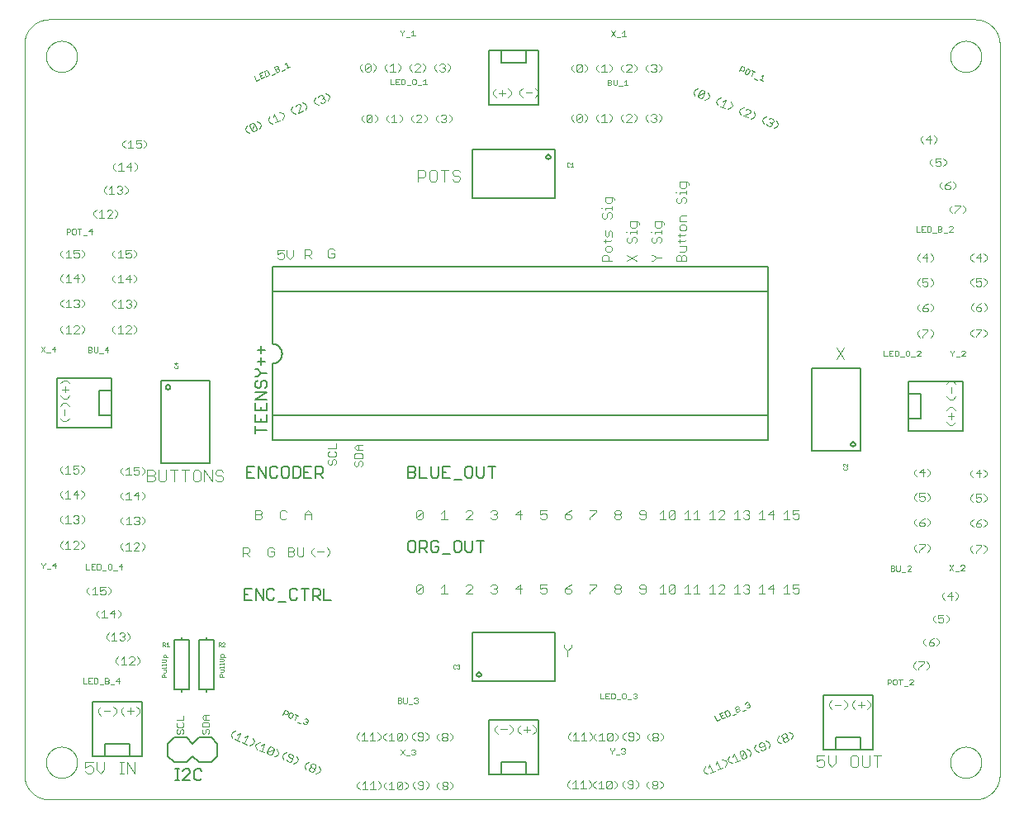
<source format=gto>
G75*
%MOIN*%
%OFA0B0*%
%FSLAX25Y25*%
%IPPOS*%
%LPD*%
%AMOC8*
5,1,8,0,0,1.08239X$1,22.5*
%
%ADD10C,0.00000*%
%ADD11C,0.00300*%
%ADD12C,0.00200*%
%ADD13C,0.00400*%
%ADD14C,0.00600*%
%ADD15C,0.00500*%
%ADD16C,0.00800*%
%ADD17C,0.00100*%
D10*
X0086433Y0068933D02*
X0086433Y0363894D01*
X0086436Y0364136D01*
X0086445Y0364377D01*
X0086459Y0364618D01*
X0086480Y0364859D01*
X0086506Y0365099D01*
X0086538Y0365339D01*
X0086576Y0365578D01*
X0086619Y0365815D01*
X0086669Y0366052D01*
X0086724Y0366287D01*
X0086784Y0366521D01*
X0086851Y0366753D01*
X0086922Y0366984D01*
X0087000Y0367213D01*
X0087083Y0367440D01*
X0087171Y0367665D01*
X0087265Y0367888D01*
X0087364Y0368108D01*
X0087469Y0368326D01*
X0087578Y0368541D01*
X0087693Y0368754D01*
X0087813Y0368964D01*
X0087938Y0369170D01*
X0088068Y0369374D01*
X0088203Y0369575D01*
X0088343Y0369772D01*
X0088487Y0369966D01*
X0088636Y0370156D01*
X0088790Y0370342D01*
X0088948Y0370525D01*
X0089110Y0370704D01*
X0089277Y0370879D01*
X0089448Y0371050D01*
X0089623Y0371217D01*
X0089802Y0371379D01*
X0089985Y0371537D01*
X0090171Y0371691D01*
X0090361Y0371840D01*
X0090555Y0371984D01*
X0090752Y0372124D01*
X0090953Y0372259D01*
X0091157Y0372389D01*
X0091363Y0372514D01*
X0091573Y0372634D01*
X0091786Y0372749D01*
X0092001Y0372858D01*
X0092219Y0372963D01*
X0092439Y0373062D01*
X0092662Y0373156D01*
X0092887Y0373244D01*
X0093114Y0373327D01*
X0093343Y0373405D01*
X0093574Y0373476D01*
X0093806Y0373543D01*
X0094040Y0373603D01*
X0094275Y0373658D01*
X0094512Y0373708D01*
X0094749Y0373751D01*
X0094988Y0373789D01*
X0095228Y0373821D01*
X0095468Y0373847D01*
X0095709Y0373868D01*
X0095950Y0373882D01*
X0096191Y0373891D01*
X0096433Y0373894D01*
X0470134Y0373894D01*
X0470376Y0373891D01*
X0470617Y0373882D01*
X0470858Y0373868D01*
X0471099Y0373847D01*
X0471339Y0373821D01*
X0471579Y0373789D01*
X0471818Y0373751D01*
X0472055Y0373708D01*
X0472292Y0373658D01*
X0472527Y0373603D01*
X0472761Y0373543D01*
X0472993Y0373476D01*
X0473224Y0373405D01*
X0473453Y0373327D01*
X0473680Y0373244D01*
X0473905Y0373156D01*
X0474128Y0373062D01*
X0474348Y0372963D01*
X0474566Y0372858D01*
X0474781Y0372749D01*
X0474994Y0372634D01*
X0475204Y0372514D01*
X0475410Y0372389D01*
X0475614Y0372259D01*
X0475815Y0372124D01*
X0476012Y0371984D01*
X0476206Y0371840D01*
X0476396Y0371691D01*
X0476582Y0371537D01*
X0476765Y0371379D01*
X0476944Y0371217D01*
X0477119Y0371050D01*
X0477290Y0370879D01*
X0477457Y0370704D01*
X0477619Y0370525D01*
X0477777Y0370342D01*
X0477931Y0370156D01*
X0478080Y0369966D01*
X0478224Y0369772D01*
X0478364Y0369575D01*
X0478499Y0369374D01*
X0478629Y0369170D01*
X0478754Y0368964D01*
X0478874Y0368754D01*
X0478989Y0368541D01*
X0479098Y0368326D01*
X0479203Y0368108D01*
X0479302Y0367888D01*
X0479396Y0367665D01*
X0479484Y0367440D01*
X0479567Y0367213D01*
X0479645Y0366984D01*
X0479716Y0366753D01*
X0479783Y0366521D01*
X0479843Y0366287D01*
X0479898Y0366052D01*
X0479948Y0365815D01*
X0479991Y0365578D01*
X0480029Y0365339D01*
X0480061Y0365099D01*
X0480087Y0364859D01*
X0480108Y0364618D01*
X0480122Y0364377D01*
X0480131Y0364136D01*
X0480134Y0363894D01*
X0480134Y0068933D01*
X0480131Y0068691D01*
X0480122Y0068450D01*
X0480108Y0068209D01*
X0480087Y0067968D01*
X0480061Y0067728D01*
X0480029Y0067488D01*
X0479991Y0067249D01*
X0479948Y0067012D01*
X0479898Y0066775D01*
X0479843Y0066540D01*
X0479783Y0066306D01*
X0479716Y0066074D01*
X0479645Y0065843D01*
X0479567Y0065614D01*
X0479484Y0065387D01*
X0479396Y0065162D01*
X0479302Y0064939D01*
X0479203Y0064719D01*
X0479098Y0064501D01*
X0478989Y0064286D01*
X0478874Y0064073D01*
X0478754Y0063863D01*
X0478629Y0063657D01*
X0478499Y0063453D01*
X0478364Y0063252D01*
X0478224Y0063055D01*
X0478080Y0062861D01*
X0477931Y0062671D01*
X0477777Y0062485D01*
X0477619Y0062302D01*
X0477457Y0062123D01*
X0477290Y0061948D01*
X0477119Y0061777D01*
X0476944Y0061610D01*
X0476765Y0061448D01*
X0476582Y0061290D01*
X0476396Y0061136D01*
X0476206Y0060987D01*
X0476012Y0060843D01*
X0475815Y0060703D01*
X0475614Y0060568D01*
X0475410Y0060438D01*
X0475204Y0060313D01*
X0474994Y0060193D01*
X0474781Y0060078D01*
X0474566Y0059969D01*
X0474348Y0059864D01*
X0474128Y0059765D01*
X0473905Y0059671D01*
X0473680Y0059583D01*
X0473453Y0059500D01*
X0473224Y0059422D01*
X0472993Y0059351D01*
X0472761Y0059284D01*
X0472527Y0059224D01*
X0472292Y0059169D01*
X0472055Y0059119D01*
X0471818Y0059076D01*
X0471579Y0059038D01*
X0471339Y0059006D01*
X0471099Y0058980D01*
X0470858Y0058959D01*
X0470617Y0058945D01*
X0470376Y0058936D01*
X0470134Y0058933D01*
X0096433Y0058933D01*
X0096191Y0058936D01*
X0095950Y0058945D01*
X0095709Y0058959D01*
X0095468Y0058980D01*
X0095228Y0059006D01*
X0094988Y0059038D01*
X0094749Y0059076D01*
X0094512Y0059119D01*
X0094275Y0059169D01*
X0094040Y0059224D01*
X0093806Y0059284D01*
X0093574Y0059351D01*
X0093343Y0059422D01*
X0093114Y0059500D01*
X0092887Y0059583D01*
X0092662Y0059671D01*
X0092439Y0059765D01*
X0092219Y0059864D01*
X0092001Y0059969D01*
X0091786Y0060078D01*
X0091573Y0060193D01*
X0091363Y0060313D01*
X0091157Y0060438D01*
X0090953Y0060568D01*
X0090752Y0060703D01*
X0090555Y0060843D01*
X0090361Y0060987D01*
X0090171Y0061136D01*
X0089985Y0061290D01*
X0089802Y0061448D01*
X0089623Y0061610D01*
X0089448Y0061777D01*
X0089277Y0061948D01*
X0089110Y0062123D01*
X0088948Y0062302D01*
X0088790Y0062485D01*
X0088636Y0062671D01*
X0088487Y0062861D01*
X0088343Y0063055D01*
X0088203Y0063252D01*
X0088068Y0063453D01*
X0087938Y0063657D01*
X0087813Y0063863D01*
X0087693Y0064073D01*
X0087578Y0064286D01*
X0087469Y0064501D01*
X0087364Y0064719D01*
X0087265Y0064939D01*
X0087171Y0065162D01*
X0087083Y0065387D01*
X0087000Y0065614D01*
X0086922Y0065843D01*
X0086851Y0066074D01*
X0086784Y0066306D01*
X0086724Y0066540D01*
X0086669Y0066775D01*
X0086619Y0067012D01*
X0086576Y0067249D01*
X0086538Y0067488D01*
X0086506Y0067728D01*
X0086480Y0067968D01*
X0086459Y0068209D01*
X0086445Y0068450D01*
X0086436Y0068691D01*
X0086433Y0068933D01*
X0095134Y0073933D02*
X0095136Y0074091D01*
X0095142Y0074249D01*
X0095152Y0074407D01*
X0095166Y0074565D01*
X0095184Y0074722D01*
X0095205Y0074879D01*
X0095231Y0075035D01*
X0095261Y0075191D01*
X0095294Y0075346D01*
X0095332Y0075499D01*
X0095373Y0075652D01*
X0095418Y0075804D01*
X0095467Y0075955D01*
X0095520Y0076104D01*
X0095576Y0076252D01*
X0095636Y0076398D01*
X0095700Y0076543D01*
X0095768Y0076686D01*
X0095839Y0076828D01*
X0095913Y0076968D01*
X0095991Y0077105D01*
X0096073Y0077241D01*
X0096157Y0077375D01*
X0096246Y0077506D01*
X0096337Y0077635D01*
X0096432Y0077762D01*
X0096529Y0077887D01*
X0096630Y0078009D01*
X0096734Y0078128D01*
X0096841Y0078245D01*
X0096951Y0078359D01*
X0097064Y0078470D01*
X0097179Y0078579D01*
X0097297Y0078684D01*
X0097418Y0078786D01*
X0097541Y0078886D01*
X0097667Y0078982D01*
X0097795Y0079075D01*
X0097925Y0079165D01*
X0098058Y0079251D01*
X0098193Y0079335D01*
X0098329Y0079414D01*
X0098468Y0079491D01*
X0098609Y0079563D01*
X0098751Y0079633D01*
X0098895Y0079698D01*
X0099041Y0079760D01*
X0099188Y0079818D01*
X0099337Y0079873D01*
X0099487Y0079924D01*
X0099638Y0079971D01*
X0099790Y0080014D01*
X0099943Y0080053D01*
X0100098Y0080089D01*
X0100253Y0080120D01*
X0100409Y0080148D01*
X0100565Y0080172D01*
X0100722Y0080192D01*
X0100880Y0080208D01*
X0101037Y0080220D01*
X0101196Y0080228D01*
X0101354Y0080232D01*
X0101512Y0080232D01*
X0101670Y0080228D01*
X0101829Y0080220D01*
X0101986Y0080208D01*
X0102144Y0080192D01*
X0102301Y0080172D01*
X0102457Y0080148D01*
X0102613Y0080120D01*
X0102768Y0080089D01*
X0102923Y0080053D01*
X0103076Y0080014D01*
X0103228Y0079971D01*
X0103379Y0079924D01*
X0103529Y0079873D01*
X0103678Y0079818D01*
X0103825Y0079760D01*
X0103971Y0079698D01*
X0104115Y0079633D01*
X0104257Y0079563D01*
X0104398Y0079491D01*
X0104537Y0079414D01*
X0104673Y0079335D01*
X0104808Y0079251D01*
X0104941Y0079165D01*
X0105071Y0079075D01*
X0105199Y0078982D01*
X0105325Y0078886D01*
X0105448Y0078786D01*
X0105569Y0078684D01*
X0105687Y0078579D01*
X0105802Y0078470D01*
X0105915Y0078359D01*
X0106025Y0078245D01*
X0106132Y0078128D01*
X0106236Y0078009D01*
X0106337Y0077887D01*
X0106434Y0077762D01*
X0106529Y0077635D01*
X0106620Y0077506D01*
X0106709Y0077375D01*
X0106793Y0077241D01*
X0106875Y0077105D01*
X0106953Y0076968D01*
X0107027Y0076828D01*
X0107098Y0076686D01*
X0107166Y0076543D01*
X0107230Y0076398D01*
X0107290Y0076252D01*
X0107346Y0076104D01*
X0107399Y0075955D01*
X0107448Y0075804D01*
X0107493Y0075652D01*
X0107534Y0075499D01*
X0107572Y0075346D01*
X0107605Y0075191D01*
X0107635Y0075035D01*
X0107661Y0074879D01*
X0107682Y0074722D01*
X0107700Y0074565D01*
X0107714Y0074407D01*
X0107724Y0074249D01*
X0107730Y0074091D01*
X0107732Y0073933D01*
X0107730Y0073775D01*
X0107724Y0073617D01*
X0107714Y0073459D01*
X0107700Y0073301D01*
X0107682Y0073144D01*
X0107661Y0072987D01*
X0107635Y0072831D01*
X0107605Y0072675D01*
X0107572Y0072520D01*
X0107534Y0072367D01*
X0107493Y0072214D01*
X0107448Y0072062D01*
X0107399Y0071911D01*
X0107346Y0071762D01*
X0107290Y0071614D01*
X0107230Y0071468D01*
X0107166Y0071323D01*
X0107098Y0071180D01*
X0107027Y0071038D01*
X0106953Y0070898D01*
X0106875Y0070761D01*
X0106793Y0070625D01*
X0106709Y0070491D01*
X0106620Y0070360D01*
X0106529Y0070231D01*
X0106434Y0070104D01*
X0106337Y0069979D01*
X0106236Y0069857D01*
X0106132Y0069738D01*
X0106025Y0069621D01*
X0105915Y0069507D01*
X0105802Y0069396D01*
X0105687Y0069287D01*
X0105569Y0069182D01*
X0105448Y0069080D01*
X0105325Y0068980D01*
X0105199Y0068884D01*
X0105071Y0068791D01*
X0104941Y0068701D01*
X0104808Y0068615D01*
X0104673Y0068531D01*
X0104537Y0068452D01*
X0104398Y0068375D01*
X0104257Y0068303D01*
X0104115Y0068233D01*
X0103971Y0068168D01*
X0103825Y0068106D01*
X0103678Y0068048D01*
X0103529Y0067993D01*
X0103379Y0067942D01*
X0103228Y0067895D01*
X0103076Y0067852D01*
X0102923Y0067813D01*
X0102768Y0067777D01*
X0102613Y0067746D01*
X0102457Y0067718D01*
X0102301Y0067694D01*
X0102144Y0067674D01*
X0101986Y0067658D01*
X0101829Y0067646D01*
X0101670Y0067638D01*
X0101512Y0067634D01*
X0101354Y0067634D01*
X0101196Y0067638D01*
X0101037Y0067646D01*
X0100880Y0067658D01*
X0100722Y0067674D01*
X0100565Y0067694D01*
X0100409Y0067718D01*
X0100253Y0067746D01*
X0100098Y0067777D01*
X0099943Y0067813D01*
X0099790Y0067852D01*
X0099638Y0067895D01*
X0099487Y0067942D01*
X0099337Y0067993D01*
X0099188Y0068048D01*
X0099041Y0068106D01*
X0098895Y0068168D01*
X0098751Y0068233D01*
X0098609Y0068303D01*
X0098468Y0068375D01*
X0098329Y0068452D01*
X0098193Y0068531D01*
X0098058Y0068615D01*
X0097925Y0068701D01*
X0097795Y0068791D01*
X0097667Y0068884D01*
X0097541Y0068980D01*
X0097418Y0069080D01*
X0097297Y0069182D01*
X0097179Y0069287D01*
X0097064Y0069396D01*
X0096951Y0069507D01*
X0096841Y0069621D01*
X0096734Y0069738D01*
X0096630Y0069857D01*
X0096529Y0069979D01*
X0096432Y0070104D01*
X0096337Y0070231D01*
X0096246Y0070360D01*
X0096157Y0070491D01*
X0096073Y0070625D01*
X0095991Y0070761D01*
X0095913Y0070898D01*
X0095839Y0071038D01*
X0095768Y0071180D01*
X0095700Y0071323D01*
X0095636Y0071468D01*
X0095576Y0071614D01*
X0095520Y0071762D01*
X0095467Y0071911D01*
X0095418Y0072062D01*
X0095373Y0072214D01*
X0095332Y0072367D01*
X0095294Y0072520D01*
X0095261Y0072675D01*
X0095231Y0072831D01*
X0095205Y0072987D01*
X0095184Y0073144D01*
X0095166Y0073301D01*
X0095152Y0073459D01*
X0095142Y0073617D01*
X0095136Y0073775D01*
X0095134Y0073933D01*
X0460134Y0073933D02*
X0460136Y0074091D01*
X0460142Y0074249D01*
X0460152Y0074407D01*
X0460166Y0074565D01*
X0460184Y0074722D01*
X0460205Y0074879D01*
X0460231Y0075035D01*
X0460261Y0075191D01*
X0460294Y0075346D01*
X0460332Y0075499D01*
X0460373Y0075652D01*
X0460418Y0075804D01*
X0460467Y0075955D01*
X0460520Y0076104D01*
X0460576Y0076252D01*
X0460636Y0076398D01*
X0460700Y0076543D01*
X0460768Y0076686D01*
X0460839Y0076828D01*
X0460913Y0076968D01*
X0460991Y0077105D01*
X0461073Y0077241D01*
X0461157Y0077375D01*
X0461246Y0077506D01*
X0461337Y0077635D01*
X0461432Y0077762D01*
X0461529Y0077887D01*
X0461630Y0078009D01*
X0461734Y0078128D01*
X0461841Y0078245D01*
X0461951Y0078359D01*
X0462064Y0078470D01*
X0462179Y0078579D01*
X0462297Y0078684D01*
X0462418Y0078786D01*
X0462541Y0078886D01*
X0462667Y0078982D01*
X0462795Y0079075D01*
X0462925Y0079165D01*
X0463058Y0079251D01*
X0463193Y0079335D01*
X0463329Y0079414D01*
X0463468Y0079491D01*
X0463609Y0079563D01*
X0463751Y0079633D01*
X0463895Y0079698D01*
X0464041Y0079760D01*
X0464188Y0079818D01*
X0464337Y0079873D01*
X0464487Y0079924D01*
X0464638Y0079971D01*
X0464790Y0080014D01*
X0464943Y0080053D01*
X0465098Y0080089D01*
X0465253Y0080120D01*
X0465409Y0080148D01*
X0465565Y0080172D01*
X0465722Y0080192D01*
X0465880Y0080208D01*
X0466037Y0080220D01*
X0466196Y0080228D01*
X0466354Y0080232D01*
X0466512Y0080232D01*
X0466670Y0080228D01*
X0466829Y0080220D01*
X0466986Y0080208D01*
X0467144Y0080192D01*
X0467301Y0080172D01*
X0467457Y0080148D01*
X0467613Y0080120D01*
X0467768Y0080089D01*
X0467923Y0080053D01*
X0468076Y0080014D01*
X0468228Y0079971D01*
X0468379Y0079924D01*
X0468529Y0079873D01*
X0468678Y0079818D01*
X0468825Y0079760D01*
X0468971Y0079698D01*
X0469115Y0079633D01*
X0469257Y0079563D01*
X0469398Y0079491D01*
X0469537Y0079414D01*
X0469673Y0079335D01*
X0469808Y0079251D01*
X0469941Y0079165D01*
X0470071Y0079075D01*
X0470199Y0078982D01*
X0470325Y0078886D01*
X0470448Y0078786D01*
X0470569Y0078684D01*
X0470687Y0078579D01*
X0470802Y0078470D01*
X0470915Y0078359D01*
X0471025Y0078245D01*
X0471132Y0078128D01*
X0471236Y0078009D01*
X0471337Y0077887D01*
X0471434Y0077762D01*
X0471529Y0077635D01*
X0471620Y0077506D01*
X0471709Y0077375D01*
X0471793Y0077241D01*
X0471875Y0077105D01*
X0471953Y0076968D01*
X0472027Y0076828D01*
X0472098Y0076686D01*
X0472166Y0076543D01*
X0472230Y0076398D01*
X0472290Y0076252D01*
X0472346Y0076104D01*
X0472399Y0075955D01*
X0472448Y0075804D01*
X0472493Y0075652D01*
X0472534Y0075499D01*
X0472572Y0075346D01*
X0472605Y0075191D01*
X0472635Y0075035D01*
X0472661Y0074879D01*
X0472682Y0074722D01*
X0472700Y0074565D01*
X0472714Y0074407D01*
X0472724Y0074249D01*
X0472730Y0074091D01*
X0472732Y0073933D01*
X0472730Y0073775D01*
X0472724Y0073617D01*
X0472714Y0073459D01*
X0472700Y0073301D01*
X0472682Y0073144D01*
X0472661Y0072987D01*
X0472635Y0072831D01*
X0472605Y0072675D01*
X0472572Y0072520D01*
X0472534Y0072367D01*
X0472493Y0072214D01*
X0472448Y0072062D01*
X0472399Y0071911D01*
X0472346Y0071762D01*
X0472290Y0071614D01*
X0472230Y0071468D01*
X0472166Y0071323D01*
X0472098Y0071180D01*
X0472027Y0071038D01*
X0471953Y0070898D01*
X0471875Y0070761D01*
X0471793Y0070625D01*
X0471709Y0070491D01*
X0471620Y0070360D01*
X0471529Y0070231D01*
X0471434Y0070104D01*
X0471337Y0069979D01*
X0471236Y0069857D01*
X0471132Y0069738D01*
X0471025Y0069621D01*
X0470915Y0069507D01*
X0470802Y0069396D01*
X0470687Y0069287D01*
X0470569Y0069182D01*
X0470448Y0069080D01*
X0470325Y0068980D01*
X0470199Y0068884D01*
X0470071Y0068791D01*
X0469941Y0068701D01*
X0469808Y0068615D01*
X0469673Y0068531D01*
X0469537Y0068452D01*
X0469398Y0068375D01*
X0469257Y0068303D01*
X0469115Y0068233D01*
X0468971Y0068168D01*
X0468825Y0068106D01*
X0468678Y0068048D01*
X0468529Y0067993D01*
X0468379Y0067942D01*
X0468228Y0067895D01*
X0468076Y0067852D01*
X0467923Y0067813D01*
X0467768Y0067777D01*
X0467613Y0067746D01*
X0467457Y0067718D01*
X0467301Y0067694D01*
X0467144Y0067674D01*
X0466986Y0067658D01*
X0466829Y0067646D01*
X0466670Y0067638D01*
X0466512Y0067634D01*
X0466354Y0067634D01*
X0466196Y0067638D01*
X0466037Y0067646D01*
X0465880Y0067658D01*
X0465722Y0067674D01*
X0465565Y0067694D01*
X0465409Y0067718D01*
X0465253Y0067746D01*
X0465098Y0067777D01*
X0464943Y0067813D01*
X0464790Y0067852D01*
X0464638Y0067895D01*
X0464487Y0067942D01*
X0464337Y0067993D01*
X0464188Y0068048D01*
X0464041Y0068106D01*
X0463895Y0068168D01*
X0463751Y0068233D01*
X0463609Y0068303D01*
X0463468Y0068375D01*
X0463329Y0068452D01*
X0463193Y0068531D01*
X0463058Y0068615D01*
X0462925Y0068701D01*
X0462795Y0068791D01*
X0462667Y0068884D01*
X0462541Y0068980D01*
X0462418Y0069080D01*
X0462297Y0069182D01*
X0462179Y0069287D01*
X0462064Y0069396D01*
X0461951Y0069507D01*
X0461841Y0069621D01*
X0461734Y0069738D01*
X0461630Y0069857D01*
X0461529Y0069979D01*
X0461432Y0070104D01*
X0461337Y0070231D01*
X0461246Y0070360D01*
X0461157Y0070491D01*
X0461073Y0070625D01*
X0460991Y0070761D01*
X0460913Y0070898D01*
X0460839Y0071038D01*
X0460768Y0071180D01*
X0460700Y0071323D01*
X0460636Y0071468D01*
X0460576Y0071614D01*
X0460520Y0071762D01*
X0460467Y0071911D01*
X0460418Y0072062D01*
X0460373Y0072214D01*
X0460332Y0072367D01*
X0460294Y0072520D01*
X0460261Y0072675D01*
X0460231Y0072831D01*
X0460205Y0072987D01*
X0460184Y0073144D01*
X0460166Y0073301D01*
X0460152Y0073459D01*
X0460142Y0073617D01*
X0460136Y0073775D01*
X0460134Y0073933D01*
X0460134Y0358933D02*
X0460136Y0359091D01*
X0460142Y0359249D01*
X0460152Y0359407D01*
X0460166Y0359565D01*
X0460184Y0359722D01*
X0460205Y0359879D01*
X0460231Y0360035D01*
X0460261Y0360191D01*
X0460294Y0360346D01*
X0460332Y0360499D01*
X0460373Y0360652D01*
X0460418Y0360804D01*
X0460467Y0360955D01*
X0460520Y0361104D01*
X0460576Y0361252D01*
X0460636Y0361398D01*
X0460700Y0361543D01*
X0460768Y0361686D01*
X0460839Y0361828D01*
X0460913Y0361968D01*
X0460991Y0362105D01*
X0461073Y0362241D01*
X0461157Y0362375D01*
X0461246Y0362506D01*
X0461337Y0362635D01*
X0461432Y0362762D01*
X0461529Y0362887D01*
X0461630Y0363009D01*
X0461734Y0363128D01*
X0461841Y0363245D01*
X0461951Y0363359D01*
X0462064Y0363470D01*
X0462179Y0363579D01*
X0462297Y0363684D01*
X0462418Y0363786D01*
X0462541Y0363886D01*
X0462667Y0363982D01*
X0462795Y0364075D01*
X0462925Y0364165D01*
X0463058Y0364251D01*
X0463193Y0364335D01*
X0463329Y0364414D01*
X0463468Y0364491D01*
X0463609Y0364563D01*
X0463751Y0364633D01*
X0463895Y0364698D01*
X0464041Y0364760D01*
X0464188Y0364818D01*
X0464337Y0364873D01*
X0464487Y0364924D01*
X0464638Y0364971D01*
X0464790Y0365014D01*
X0464943Y0365053D01*
X0465098Y0365089D01*
X0465253Y0365120D01*
X0465409Y0365148D01*
X0465565Y0365172D01*
X0465722Y0365192D01*
X0465880Y0365208D01*
X0466037Y0365220D01*
X0466196Y0365228D01*
X0466354Y0365232D01*
X0466512Y0365232D01*
X0466670Y0365228D01*
X0466829Y0365220D01*
X0466986Y0365208D01*
X0467144Y0365192D01*
X0467301Y0365172D01*
X0467457Y0365148D01*
X0467613Y0365120D01*
X0467768Y0365089D01*
X0467923Y0365053D01*
X0468076Y0365014D01*
X0468228Y0364971D01*
X0468379Y0364924D01*
X0468529Y0364873D01*
X0468678Y0364818D01*
X0468825Y0364760D01*
X0468971Y0364698D01*
X0469115Y0364633D01*
X0469257Y0364563D01*
X0469398Y0364491D01*
X0469537Y0364414D01*
X0469673Y0364335D01*
X0469808Y0364251D01*
X0469941Y0364165D01*
X0470071Y0364075D01*
X0470199Y0363982D01*
X0470325Y0363886D01*
X0470448Y0363786D01*
X0470569Y0363684D01*
X0470687Y0363579D01*
X0470802Y0363470D01*
X0470915Y0363359D01*
X0471025Y0363245D01*
X0471132Y0363128D01*
X0471236Y0363009D01*
X0471337Y0362887D01*
X0471434Y0362762D01*
X0471529Y0362635D01*
X0471620Y0362506D01*
X0471709Y0362375D01*
X0471793Y0362241D01*
X0471875Y0362105D01*
X0471953Y0361968D01*
X0472027Y0361828D01*
X0472098Y0361686D01*
X0472166Y0361543D01*
X0472230Y0361398D01*
X0472290Y0361252D01*
X0472346Y0361104D01*
X0472399Y0360955D01*
X0472448Y0360804D01*
X0472493Y0360652D01*
X0472534Y0360499D01*
X0472572Y0360346D01*
X0472605Y0360191D01*
X0472635Y0360035D01*
X0472661Y0359879D01*
X0472682Y0359722D01*
X0472700Y0359565D01*
X0472714Y0359407D01*
X0472724Y0359249D01*
X0472730Y0359091D01*
X0472732Y0358933D01*
X0472730Y0358775D01*
X0472724Y0358617D01*
X0472714Y0358459D01*
X0472700Y0358301D01*
X0472682Y0358144D01*
X0472661Y0357987D01*
X0472635Y0357831D01*
X0472605Y0357675D01*
X0472572Y0357520D01*
X0472534Y0357367D01*
X0472493Y0357214D01*
X0472448Y0357062D01*
X0472399Y0356911D01*
X0472346Y0356762D01*
X0472290Y0356614D01*
X0472230Y0356468D01*
X0472166Y0356323D01*
X0472098Y0356180D01*
X0472027Y0356038D01*
X0471953Y0355898D01*
X0471875Y0355761D01*
X0471793Y0355625D01*
X0471709Y0355491D01*
X0471620Y0355360D01*
X0471529Y0355231D01*
X0471434Y0355104D01*
X0471337Y0354979D01*
X0471236Y0354857D01*
X0471132Y0354738D01*
X0471025Y0354621D01*
X0470915Y0354507D01*
X0470802Y0354396D01*
X0470687Y0354287D01*
X0470569Y0354182D01*
X0470448Y0354080D01*
X0470325Y0353980D01*
X0470199Y0353884D01*
X0470071Y0353791D01*
X0469941Y0353701D01*
X0469808Y0353615D01*
X0469673Y0353531D01*
X0469537Y0353452D01*
X0469398Y0353375D01*
X0469257Y0353303D01*
X0469115Y0353233D01*
X0468971Y0353168D01*
X0468825Y0353106D01*
X0468678Y0353048D01*
X0468529Y0352993D01*
X0468379Y0352942D01*
X0468228Y0352895D01*
X0468076Y0352852D01*
X0467923Y0352813D01*
X0467768Y0352777D01*
X0467613Y0352746D01*
X0467457Y0352718D01*
X0467301Y0352694D01*
X0467144Y0352674D01*
X0466986Y0352658D01*
X0466829Y0352646D01*
X0466670Y0352638D01*
X0466512Y0352634D01*
X0466354Y0352634D01*
X0466196Y0352638D01*
X0466037Y0352646D01*
X0465880Y0352658D01*
X0465722Y0352674D01*
X0465565Y0352694D01*
X0465409Y0352718D01*
X0465253Y0352746D01*
X0465098Y0352777D01*
X0464943Y0352813D01*
X0464790Y0352852D01*
X0464638Y0352895D01*
X0464487Y0352942D01*
X0464337Y0352993D01*
X0464188Y0353048D01*
X0464041Y0353106D01*
X0463895Y0353168D01*
X0463751Y0353233D01*
X0463609Y0353303D01*
X0463468Y0353375D01*
X0463329Y0353452D01*
X0463193Y0353531D01*
X0463058Y0353615D01*
X0462925Y0353701D01*
X0462795Y0353791D01*
X0462667Y0353884D01*
X0462541Y0353980D01*
X0462418Y0354080D01*
X0462297Y0354182D01*
X0462179Y0354287D01*
X0462064Y0354396D01*
X0461951Y0354507D01*
X0461841Y0354621D01*
X0461734Y0354738D01*
X0461630Y0354857D01*
X0461529Y0354979D01*
X0461432Y0355104D01*
X0461337Y0355231D01*
X0461246Y0355360D01*
X0461157Y0355491D01*
X0461073Y0355625D01*
X0460991Y0355761D01*
X0460913Y0355898D01*
X0460839Y0356038D01*
X0460768Y0356180D01*
X0460700Y0356323D01*
X0460636Y0356468D01*
X0460576Y0356614D01*
X0460520Y0356762D01*
X0460467Y0356911D01*
X0460418Y0357062D01*
X0460373Y0357214D01*
X0460332Y0357367D01*
X0460294Y0357520D01*
X0460261Y0357675D01*
X0460231Y0357831D01*
X0460205Y0357987D01*
X0460184Y0358144D01*
X0460166Y0358301D01*
X0460152Y0358459D01*
X0460142Y0358617D01*
X0460136Y0358775D01*
X0460134Y0358933D01*
X0095134Y0358933D02*
X0095136Y0359091D01*
X0095142Y0359249D01*
X0095152Y0359407D01*
X0095166Y0359565D01*
X0095184Y0359722D01*
X0095205Y0359879D01*
X0095231Y0360035D01*
X0095261Y0360191D01*
X0095294Y0360346D01*
X0095332Y0360499D01*
X0095373Y0360652D01*
X0095418Y0360804D01*
X0095467Y0360955D01*
X0095520Y0361104D01*
X0095576Y0361252D01*
X0095636Y0361398D01*
X0095700Y0361543D01*
X0095768Y0361686D01*
X0095839Y0361828D01*
X0095913Y0361968D01*
X0095991Y0362105D01*
X0096073Y0362241D01*
X0096157Y0362375D01*
X0096246Y0362506D01*
X0096337Y0362635D01*
X0096432Y0362762D01*
X0096529Y0362887D01*
X0096630Y0363009D01*
X0096734Y0363128D01*
X0096841Y0363245D01*
X0096951Y0363359D01*
X0097064Y0363470D01*
X0097179Y0363579D01*
X0097297Y0363684D01*
X0097418Y0363786D01*
X0097541Y0363886D01*
X0097667Y0363982D01*
X0097795Y0364075D01*
X0097925Y0364165D01*
X0098058Y0364251D01*
X0098193Y0364335D01*
X0098329Y0364414D01*
X0098468Y0364491D01*
X0098609Y0364563D01*
X0098751Y0364633D01*
X0098895Y0364698D01*
X0099041Y0364760D01*
X0099188Y0364818D01*
X0099337Y0364873D01*
X0099487Y0364924D01*
X0099638Y0364971D01*
X0099790Y0365014D01*
X0099943Y0365053D01*
X0100098Y0365089D01*
X0100253Y0365120D01*
X0100409Y0365148D01*
X0100565Y0365172D01*
X0100722Y0365192D01*
X0100880Y0365208D01*
X0101037Y0365220D01*
X0101196Y0365228D01*
X0101354Y0365232D01*
X0101512Y0365232D01*
X0101670Y0365228D01*
X0101829Y0365220D01*
X0101986Y0365208D01*
X0102144Y0365192D01*
X0102301Y0365172D01*
X0102457Y0365148D01*
X0102613Y0365120D01*
X0102768Y0365089D01*
X0102923Y0365053D01*
X0103076Y0365014D01*
X0103228Y0364971D01*
X0103379Y0364924D01*
X0103529Y0364873D01*
X0103678Y0364818D01*
X0103825Y0364760D01*
X0103971Y0364698D01*
X0104115Y0364633D01*
X0104257Y0364563D01*
X0104398Y0364491D01*
X0104537Y0364414D01*
X0104673Y0364335D01*
X0104808Y0364251D01*
X0104941Y0364165D01*
X0105071Y0364075D01*
X0105199Y0363982D01*
X0105325Y0363886D01*
X0105448Y0363786D01*
X0105569Y0363684D01*
X0105687Y0363579D01*
X0105802Y0363470D01*
X0105915Y0363359D01*
X0106025Y0363245D01*
X0106132Y0363128D01*
X0106236Y0363009D01*
X0106337Y0362887D01*
X0106434Y0362762D01*
X0106529Y0362635D01*
X0106620Y0362506D01*
X0106709Y0362375D01*
X0106793Y0362241D01*
X0106875Y0362105D01*
X0106953Y0361968D01*
X0107027Y0361828D01*
X0107098Y0361686D01*
X0107166Y0361543D01*
X0107230Y0361398D01*
X0107290Y0361252D01*
X0107346Y0361104D01*
X0107399Y0360955D01*
X0107448Y0360804D01*
X0107493Y0360652D01*
X0107534Y0360499D01*
X0107572Y0360346D01*
X0107605Y0360191D01*
X0107635Y0360035D01*
X0107661Y0359879D01*
X0107682Y0359722D01*
X0107700Y0359565D01*
X0107714Y0359407D01*
X0107724Y0359249D01*
X0107730Y0359091D01*
X0107732Y0358933D01*
X0107730Y0358775D01*
X0107724Y0358617D01*
X0107714Y0358459D01*
X0107700Y0358301D01*
X0107682Y0358144D01*
X0107661Y0357987D01*
X0107635Y0357831D01*
X0107605Y0357675D01*
X0107572Y0357520D01*
X0107534Y0357367D01*
X0107493Y0357214D01*
X0107448Y0357062D01*
X0107399Y0356911D01*
X0107346Y0356762D01*
X0107290Y0356614D01*
X0107230Y0356468D01*
X0107166Y0356323D01*
X0107098Y0356180D01*
X0107027Y0356038D01*
X0106953Y0355898D01*
X0106875Y0355761D01*
X0106793Y0355625D01*
X0106709Y0355491D01*
X0106620Y0355360D01*
X0106529Y0355231D01*
X0106434Y0355104D01*
X0106337Y0354979D01*
X0106236Y0354857D01*
X0106132Y0354738D01*
X0106025Y0354621D01*
X0105915Y0354507D01*
X0105802Y0354396D01*
X0105687Y0354287D01*
X0105569Y0354182D01*
X0105448Y0354080D01*
X0105325Y0353980D01*
X0105199Y0353884D01*
X0105071Y0353791D01*
X0104941Y0353701D01*
X0104808Y0353615D01*
X0104673Y0353531D01*
X0104537Y0353452D01*
X0104398Y0353375D01*
X0104257Y0353303D01*
X0104115Y0353233D01*
X0103971Y0353168D01*
X0103825Y0353106D01*
X0103678Y0353048D01*
X0103529Y0352993D01*
X0103379Y0352942D01*
X0103228Y0352895D01*
X0103076Y0352852D01*
X0102923Y0352813D01*
X0102768Y0352777D01*
X0102613Y0352746D01*
X0102457Y0352718D01*
X0102301Y0352694D01*
X0102144Y0352674D01*
X0101986Y0352658D01*
X0101829Y0352646D01*
X0101670Y0352638D01*
X0101512Y0352634D01*
X0101354Y0352634D01*
X0101196Y0352638D01*
X0101037Y0352646D01*
X0100880Y0352658D01*
X0100722Y0352674D01*
X0100565Y0352694D01*
X0100409Y0352718D01*
X0100253Y0352746D01*
X0100098Y0352777D01*
X0099943Y0352813D01*
X0099790Y0352852D01*
X0099638Y0352895D01*
X0099487Y0352942D01*
X0099337Y0352993D01*
X0099188Y0353048D01*
X0099041Y0353106D01*
X0098895Y0353168D01*
X0098751Y0353233D01*
X0098609Y0353303D01*
X0098468Y0353375D01*
X0098329Y0353452D01*
X0098193Y0353531D01*
X0098058Y0353615D01*
X0097925Y0353701D01*
X0097795Y0353791D01*
X0097667Y0353884D01*
X0097541Y0353980D01*
X0097418Y0354080D01*
X0097297Y0354182D01*
X0097179Y0354287D01*
X0097064Y0354396D01*
X0096951Y0354507D01*
X0096841Y0354621D01*
X0096734Y0354738D01*
X0096630Y0354857D01*
X0096529Y0354979D01*
X0096432Y0355104D01*
X0096337Y0355231D01*
X0096246Y0355360D01*
X0096157Y0355491D01*
X0096073Y0355625D01*
X0095991Y0355761D01*
X0095913Y0355898D01*
X0095839Y0356038D01*
X0095768Y0356180D01*
X0095700Y0356323D01*
X0095636Y0356468D01*
X0095576Y0356614D01*
X0095520Y0356762D01*
X0095467Y0356911D01*
X0095418Y0357062D01*
X0095373Y0357214D01*
X0095332Y0357367D01*
X0095294Y0357520D01*
X0095261Y0357675D01*
X0095231Y0357831D01*
X0095205Y0357987D01*
X0095184Y0358144D01*
X0095166Y0358301D01*
X0095152Y0358459D01*
X0095142Y0358617D01*
X0095136Y0358775D01*
X0095134Y0358933D01*
D11*
X0127130Y0325191D02*
X0126063Y0324123D01*
X0126063Y0323056D01*
X0127130Y0321988D01*
X0128211Y0321988D02*
X0130346Y0321988D01*
X0129279Y0321988D02*
X0129279Y0325191D01*
X0128211Y0324123D01*
X0131434Y0323589D02*
X0131434Y0325191D01*
X0133569Y0325191D01*
X0134657Y0325191D02*
X0135724Y0324123D01*
X0135724Y0323056D01*
X0134657Y0321988D01*
X0133569Y0322522D02*
X0133035Y0321988D01*
X0131968Y0321988D01*
X0131434Y0322522D01*
X0131434Y0323589D02*
X0132501Y0324123D01*
X0133035Y0324123D01*
X0133569Y0323589D01*
X0133569Y0322522D01*
X0130838Y0315973D02*
X0131906Y0314905D01*
X0131906Y0313838D01*
X0130838Y0312770D01*
X0129217Y0312770D02*
X0129217Y0315973D01*
X0127616Y0314371D01*
X0129751Y0314371D01*
X0126528Y0312770D02*
X0124393Y0312770D01*
X0125460Y0312770D02*
X0125460Y0315973D01*
X0124393Y0314905D01*
X0123312Y0315973D02*
X0122244Y0314905D01*
X0122244Y0313838D01*
X0123312Y0312770D01*
X0124341Y0306618D02*
X0125408Y0306618D01*
X0125942Y0306084D01*
X0125942Y0305551D01*
X0125408Y0305017D01*
X0125942Y0304483D01*
X0125942Y0303949D01*
X0125408Y0303416D01*
X0124341Y0303416D01*
X0123807Y0303949D01*
X0122719Y0303416D02*
X0120584Y0303416D01*
X0121652Y0303416D02*
X0121652Y0306618D01*
X0120584Y0305551D01*
X0119503Y0306618D02*
X0118436Y0305551D01*
X0118436Y0304483D01*
X0119503Y0303416D01*
X0123807Y0306084D02*
X0124341Y0306618D01*
X0124875Y0305017D02*
X0125408Y0305017D01*
X0127030Y0306618D02*
X0128097Y0305551D01*
X0128097Y0304483D01*
X0127030Y0303416D01*
X0122991Y0297028D02*
X0124059Y0295960D01*
X0124059Y0294893D01*
X0122991Y0293825D01*
X0121903Y0293825D02*
X0119768Y0293825D01*
X0121903Y0295960D01*
X0121903Y0296494D01*
X0121370Y0297028D01*
X0120302Y0297028D01*
X0119768Y0296494D01*
X0117613Y0297028D02*
X0117613Y0293825D01*
X0116545Y0293825D02*
X0118681Y0293825D01*
X0116545Y0295960D02*
X0117613Y0297028D01*
X0115465Y0297028D02*
X0114397Y0295960D01*
X0114397Y0294893D01*
X0115465Y0293825D01*
X0109564Y0280870D02*
X0110632Y0279802D01*
X0110632Y0278734D01*
X0109564Y0277667D01*
X0108477Y0278201D02*
X0107943Y0277667D01*
X0106875Y0277667D01*
X0106342Y0278201D01*
X0106342Y0279268D02*
X0107409Y0279802D01*
X0107943Y0279802D01*
X0108477Y0279268D01*
X0108477Y0278201D01*
X0106342Y0279268D02*
X0106342Y0280870D01*
X0108477Y0280870D01*
X0104187Y0280870D02*
X0104187Y0277667D01*
X0105254Y0277667D02*
X0103119Y0277667D01*
X0102038Y0277667D02*
X0100970Y0278734D01*
X0100970Y0279802D01*
X0102038Y0280870D01*
X0103119Y0279802D02*
X0104187Y0280870D01*
X0104187Y0270892D02*
X0104187Y0267689D01*
X0105254Y0267689D02*
X0103119Y0267689D01*
X0102038Y0267689D02*
X0100970Y0268757D01*
X0100970Y0269824D01*
X0102038Y0270892D01*
X0103119Y0269824D02*
X0104187Y0270892D01*
X0106342Y0269291D02*
X0108477Y0269291D01*
X0107943Y0270892D02*
X0106342Y0269291D01*
X0107943Y0267689D02*
X0107943Y0270892D01*
X0109564Y0270892D02*
X0110632Y0269824D01*
X0110632Y0268757D01*
X0109564Y0267689D01*
X0109626Y0260792D02*
X0110693Y0259725D01*
X0110693Y0258657D01*
X0109626Y0257589D01*
X0108538Y0258123D02*
X0108004Y0257589D01*
X0106937Y0257589D01*
X0106403Y0258123D01*
X0105315Y0257589D02*
X0103180Y0257589D01*
X0104248Y0257589D02*
X0104248Y0260792D01*
X0103180Y0259725D01*
X0102099Y0260792D02*
X0101032Y0259725D01*
X0101032Y0258657D01*
X0102099Y0257589D01*
X0106403Y0260258D02*
X0106937Y0260792D01*
X0108004Y0260792D01*
X0108538Y0260258D01*
X0108538Y0259725D01*
X0108004Y0259191D01*
X0108538Y0258657D01*
X0108538Y0258123D01*
X0108004Y0259191D02*
X0107470Y0259191D01*
X0107943Y0250386D02*
X0106875Y0250386D01*
X0106342Y0249852D01*
X0107943Y0250386D02*
X0108477Y0249852D01*
X0108477Y0249319D01*
X0106342Y0247183D01*
X0108477Y0247183D01*
X0109564Y0247183D02*
X0110632Y0248251D01*
X0110632Y0249319D01*
X0109564Y0250386D01*
X0105254Y0247183D02*
X0103119Y0247183D01*
X0104187Y0247183D02*
X0104187Y0250386D01*
X0103119Y0249319D01*
X0102038Y0250386D02*
X0100970Y0249319D01*
X0100970Y0248251D01*
X0102038Y0247183D01*
X0122001Y0248173D02*
X0122001Y0249241D01*
X0123069Y0250309D01*
X0124150Y0249241D02*
X0125218Y0250309D01*
X0125218Y0247106D01*
X0126285Y0247106D02*
X0124150Y0247106D01*
X0123069Y0247106D02*
X0122001Y0248173D01*
X0127373Y0247106D02*
X0129508Y0249241D01*
X0129508Y0249775D01*
X0128974Y0250309D01*
X0127906Y0250309D01*
X0127373Y0249775D01*
X0127373Y0247106D02*
X0129508Y0247106D01*
X0130595Y0247106D02*
X0131663Y0248173D01*
X0131663Y0249241D01*
X0130595Y0250309D01*
X0130657Y0257512D02*
X0131724Y0258579D01*
X0131724Y0259647D01*
X0130657Y0260715D01*
X0129569Y0260181D02*
X0129569Y0259647D01*
X0129035Y0259113D01*
X0129569Y0258579D01*
X0129569Y0258046D01*
X0129035Y0257512D01*
X0127968Y0257512D01*
X0127434Y0258046D01*
X0126346Y0257512D02*
X0124211Y0257512D01*
X0125279Y0257512D02*
X0125279Y0260715D01*
X0124211Y0259647D01*
X0123130Y0260715D02*
X0122063Y0259647D01*
X0122063Y0258579D01*
X0123130Y0257512D01*
X0127434Y0260181D02*
X0127968Y0260715D01*
X0129035Y0260715D01*
X0129569Y0260181D01*
X0129035Y0259113D02*
X0128501Y0259113D01*
X0128974Y0267612D02*
X0128974Y0270814D01*
X0127373Y0269213D01*
X0129508Y0269213D01*
X0130595Y0267612D02*
X0131663Y0268679D01*
X0131663Y0269747D01*
X0130595Y0270814D01*
X0126285Y0267612D02*
X0124150Y0267612D01*
X0125218Y0267612D02*
X0125218Y0270814D01*
X0124150Y0269747D01*
X0123069Y0270814D02*
X0122001Y0269747D01*
X0122001Y0268679D01*
X0123069Y0267612D01*
X0123069Y0277589D02*
X0122001Y0278657D01*
X0122001Y0279724D01*
X0123069Y0280792D01*
X0124150Y0279724D02*
X0125218Y0280792D01*
X0125218Y0277589D01*
X0126285Y0277589D02*
X0124150Y0277589D01*
X0127373Y0278123D02*
X0127906Y0277589D01*
X0128974Y0277589D01*
X0129508Y0278123D01*
X0129508Y0279191D01*
X0128974Y0279724D01*
X0128440Y0279724D01*
X0127373Y0279191D01*
X0127373Y0280792D01*
X0129508Y0280792D01*
X0130595Y0280792D02*
X0131663Y0279724D01*
X0131663Y0278657D01*
X0130595Y0277589D01*
X0188691Y0277799D02*
X0189309Y0277182D01*
X0190543Y0277182D01*
X0191160Y0277799D01*
X0191160Y0279034D01*
X0190543Y0279651D01*
X0189926Y0279651D01*
X0188691Y0279034D01*
X0188691Y0280885D01*
X0191160Y0280885D01*
X0192374Y0280885D02*
X0192374Y0278416D01*
X0193609Y0277182D01*
X0194843Y0278416D01*
X0194843Y0280885D01*
X0199683Y0281163D02*
X0199683Y0277460D01*
X0199683Y0278695D02*
X0201535Y0278695D01*
X0202152Y0279312D01*
X0202152Y0280546D01*
X0201535Y0281163D01*
X0199683Y0281163D01*
X0200918Y0278695D02*
X0202152Y0277460D01*
X0209056Y0278204D02*
X0209056Y0280673D01*
X0209673Y0281290D01*
X0210908Y0281290D01*
X0211525Y0280673D01*
X0211525Y0279439D02*
X0210291Y0279439D01*
X0211525Y0279439D02*
X0211525Y0278204D01*
X0210908Y0277587D01*
X0209673Y0277587D01*
X0209056Y0278204D01*
X0177386Y0328038D02*
X0175991Y0328616D01*
X0175583Y0329602D01*
X0176161Y0330997D01*
X0177363Y0330917D02*
X0177652Y0331615D01*
X0178639Y0332023D01*
X0179336Y0331734D01*
X0178181Y0328945D01*
X0178878Y0328656D01*
X0179864Y0329064D01*
X0180153Y0329762D01*
X0179336Y0331734D01*
X0180137Y0332644D02*
X0181531Y0332066D01*
X0181940Y0331080D01*
X0181362Y0329685D01*
X0178181Y0328945D02*
X0177363Y0330917D01*
X0184822Y0333429D02*
X0185399Y0334824D01*
X0184822Y0333429D02*
X0185230Y0332442D01*
X0186625Y0331865D01*
X0187624Y0332278D02*
X0189596Y0333095D01*
X0188610Y0332687D02*
X0187384Y0335646D01*
X0186807Y0334251D01*
X0189375Y0336471D02*
X0190770Y0335893D01*
X0191179Y0334906D01*
X0190601Y0333512D01*
X0194469Y0336269D02*
X0194060Y0337256D01*
X0194638Y0338650D01*
X0195841Y0338571D02*
X0196130Y0339268D01*
X0197116Y0339677D01*
X0197814Y0339388D01*
X0198018Y0338895D01*
X0196862Y0336105D01*
X0198835Y0336922D01*
X0199840Y0337338D02*
X0200418Y0338733D01*
X0200009Y0339720D01*
X0198614Y0340297D01*
X0203299Y0341082D02*
X0203877Y0342477D01*
X0205080Y0342398D02*
X0205369Y0343095D01*
X0206355Y0343504D01*
X0207052Y0343215D01*
X0207257Y0342722D01*
X0206968Y0342024D01*
X0207665Y0341735D01*
X0207870Y0341242D01*
X0207581Y0340545D01*
X0206594Y0340136D01*
X0205897Y0340425D01*
X0205103Y0339518D02*
X0203708Y0340096D01*
X0203299Y0341082D01*
X0206475Y0341820D02*
X0206968Y0342024D01*
X0209079Y0341165D02*
X0209656Y0342560D01*
X0209248Y0343546D01*
X0207853Y0344124D01*
X0195864Y0335691D02*
X0194469Y0336269D01*
X0222430Y0334419D02*
X0223497Y0335486D01*
X0224578Y0334953D02*
X0225112Y0335486D01*
X0226179Y0335486D01*
X0226713Y0334953D01*
X0224578Y0332817D01*
X0225112Y0332284D01*
X0226179Y0332284D01*
X0226713Y0332817D01*
X0226713Y0334953D01*
X0227801Y0335486D02*
X0228868Y0334419D01*
X0228868Y0333351D01*
X0227801Y0332284D01*
X0224578Y0332817D02*
X0224578Y0334953D01*
X0222430Y0334419D02*
X0222430Y0333351D01*
X0223497Y0332284D01*
X0232430Y0333351D02*
X0232430Y0334419D01*
X0233497Y0335486D01*
X0234578Y0334419D02*
X0235646Y0335486D01*
X0235646Y0332284D01*
X0236713Y0332284D02*
X0234578Y0332284D01*
X0233497Y0332284D02*
X0232430Y0333351D01*
X0237801Y0332284D02*
X0238868Y0333351D01*
X0238868Y0334419D01*
X0237801Y0335486D01*
X0242430Y0334419D02*
X0243497Y0335486D01*
X0244578Y0334953D02*
X0245112Y0335486D01*
X0246179Y0335486D01*
X0246713Y0334953D01*
X0246713Y0334419D01*
X0244578Y0332284D01*
X0246713Y0332284D01*
X0247801Y0332284D02*
X0248868Y0333351D01*
X0248868Y0334419D01*
X0247801Y0335486D01*
X0252430Y0334419D02*
X0253497Y0335486D01*
X0254578Y0334953D02*
X0255112Y0335486D01*
X0256179Y0335486D01*
X0256713Y0334953D01*
X0256713Y0334419D01*
X0256179Y0333885D01*
X0256713Y0333351D01*
X0256713Y0332817D01*
X0256179Y0332284D01*
X0255112Y0332284D01*
X0254578Y0332817D01*
X0253497Y0332284D02*
X0252430Y0333351D01*
X0252430Y0334419D01*
X0255646Y0333885D02*
X0256179Y0333885D01*
X0257801Y0335486D02*
X0258868Y0334419D01*
X0258868Y0333351D01*
X0257801Y0332284D01*
X0243497Y0332284D02*
X0242430Y0333351D01*
X0242430Y0334419D01*
X0242997Y0352838D02*
X0241929Y0353906D01*
X0241929Y0354973D01*
X0242997Y0356041D01*
X0244078Y0355507D02*
X0244612Y0356041D01*
X0245679Y0356041D01*
X0246213Y0355507D01*
X0246213Y0354973D01*
X0244078Y0352838D01*
X0246213Y0352838D01*
X0247300Y0352838D02*
X0248368Y0353906D01*
X0248368Y0354973D01*
X0247300Y0356041D01*
X0251929Y0354973D02*
X0252997Y0356041D01*
X0254078Y0355507D02*
X0254612Y0356041D01*
X0255679Y0356041D01*
X0256213Y0355507D01*
X0256213Y0354973D01*
X0255679Y0354439D01*
X0256213Y0353906D01*
X0256213Y0353372D01*
X0255679Y0352838D01*
X0254612Y0352838D01*
X0254078Y0353372D01*
X0252997Y0352838D02*
X0251929Y0353906D01*
X0251929Y0354973D01*
X0255145Y0354439D02*
X0255679Y0354439D01*
X0257300Y0352838D02*
X0258368Y0353906D01*
X0258368Y0354973D01*
X0257300Y0356041D01*
X0275593Y0344816D02*
X0275593Y0343581D01*
X0276827Y0342347D01*
X0278048Y0344199D02*
X0280517Y0344199D01*
X0279282Y0345433D02*
X0279282Y0342964D01*
X0281731Y0342347D02*
X0282966Y0343581D01*
X0282966Y0344816D01*
X0281731Y0346050D01*
X0286311Y0344928D02*
X0286311Y0343693D01*
X0287545Y0342459D01*
X0288766Y0344311D02*
X0291235Y0344311D01*
X0292449Y0346162D02*
X0293683Y0344928D01*
X0293683Y0343693D01*
X0292449Y0342459D01*
X0287545Y0346162D02*
X0286311Y0344928D01*
X0276827Y0346050D02*
X0275593Y0344816D01*
X0307216Y0353680D02*
X0308284Y0352612D01*
X0309364Y0353146D02*
X0309898Y0352612D01*
X0310966Y0352612D01*
X0311500Y0353146D01*
X0311500Y0355281D01*
X0309364Y0353146D01*
X0309364Y0355281D01*
X0309898Y0355815D01*
X0310966Y0355815D01*
X0311500Y0355281D01*
X0312587Y0355815D02*
X0313655Y0354747D01*
X0313655Y0353680D01*
X0312587Y0352612D01*
X0317216Y0353680D02*
X0317216Y0354747D01*
X0318284Y0355815D01*
X0319364Y0354747D02*
X0320432Y0355815D01*
X0320432Y0352612D01*
X0319364Y0352612D02*
X0321500Y0352612D01*
X0322587Y0352612D02*
X0323655Y0353680D01*
X0323655Y0354747D01*
X0322587Y0355815D01*
X0327216Y0354747D02*
X0328284Y0355815D01*
X0329364Y0355281D02*
X0329898Y0355815D01*
X0330966Y0355815D01*
X0331500Y0355281D01*
X0331500Y0354747D01*
X0329364Y0352612D01*
X0331500Y0352612D01*
X0332587Y0352612D02*
X0333655Y0353680D01*
X0333655Y0354747D01*
X0332587Y0355815D01*
X0337216Y0354747D02*
X0338284Y0355815D01*
X0339364Y0355281D02*
X0339898Y0355815D01*
X0340966Y0355815D01*
X0341500Y0355281D01*
X0341500Y0354747D01*
X0340966Y0354214D01*
X0341500Y0353680D01*
X0341500Y0353146D01*
X0340966Y0352612D01*
X0339898Y0352612D01*
X0339364Y0353146D01*
X0338284Y0352612D02*
X0337216Y0353680D01*
X0337216Y0354747D01*
X0340432Y0354214D02*
X0340966Y0354214D01*
X0342587Y0355815D02*
X0343655Y0354747D01*
X0343655Y0353680D01*
X0342587Y0352612D01*
X0356907Y0345501D02*
X0356498Y0344515D01*
X0357076Y0343120D01*
X0358279Y0343200D02*
X0361069Y0344355D01*
X0360252Y0342382D01*
X0359554Y0342094D01*
X0358568Y0342502D01*
X0358279Y0343200D01*
X0359096Y0345172D01*
X0359793Y0345461D01*
X0360780Y0345052D01*
X0361069Y0344355D01*
X0362278Y0344432D02*
X0362855Y0343037D01*
X0362447Y0342051D01*
X0361052Y0341473D01*
X0365737Y0340688D02*
X0366315Y0339293D01*
X0367313Y0338880D02*
X0369286Y0338062D01*
X0368300Y0338471D02*
X0369525Y0341430D01*
X0368130Y0340852D01*
X0367540Y0342252D02*
X0366146Y0341674D01*
X0365737Y0340688D01*
X0370291Y0337646D02*
X0371686Y0338224D01*
X0372094Y0339210D01*
X0371516Y0340605D01*
X0375384Y0337848D02*
X0376779Y0338425D01*
X0377574Y0337519D02*
X0378271Y0337807D01*
X0379257Y0337399D01*
X0379546Y0336701D01*
X0379342Y0336208D01*
X0376552Y0335053D01*
X0378525Y0334236D01*
X0379530Y0333819D02*
X0380924Y0334397D01*
X0381333Y0335383D01*
X0380755Y0336778D01*
X0384623Y0334021D02*
X0386018Y0334598D01*
X0386812Y0333692D02*
X0387510Y0333981D01*
X0388496Y0333572D01*
X0388785Y0332875D01*
X0388581Y0332381D01*
X0387883Y0332093D01*
X0388172Y0331395D01*
X0387968Y0330902D01*
X0387270Y0330613D01*
X0386284Y0331022D01*
X0385995Y0331719D01*
X0384792Y0331640D02*
X0384215Y0333034D01*
X0384623Y0334021D01*
X0387390Y0332297D02*
X0387883Y0332093D01*
X0389994Y0332952D02*
X0390572Y0331557D01*
X0390163Y0330570D01*
X0388768Y0329993D01*
X0375554Y0335466D02*
X0374976Y0336861D01*
X0375384Y0337848D01*
X0358302Y0346079D02*
X0356907Y0345501D01*
X0343655Y0334653D02*
X0342587Y0335721D01*
X0341500Y0335187D02*
X0341500Y0334653D01*
X0340966Y0334120D01*
X0341500Y0333586D01*
X0341500Y0333052D01*
X0340966Y0332518D01*
X0339898Y0332518D01*
X0339364Y0333052D01*
X0338284Y0332518D02*
X0337216Y0333586D01*
X0337216Y0334653D01*
X0338284Y0335721D01*
X0339364Y0335187D02*
X0339898Y0335721D01*
X0340966Y0335721D01*
X0341500Y0335187D01*
X0340966Y0334120D02*
X0340432Y0334120D01*
X0342587Y0332518D02*
X0343655Y0333586D01*
X0343655Y0334653D01*
X0333655Y0334653D02*
X0332587Y0335721D01*
X0331500Y0335187D02*
X0330966Y0335721D01*
X0329898Y0335721D01*
X0329364Y0335187D01*
X0328284Y0335721D02*
X0327216Y0334653D01*
X0327216Y0333586D01*
X0328284Y0332518D01*
X0329364Y0332518D02*
X0331500Y0334653D01*
X0331500Y0335187D01*
X0333655Y0334653D02*
X0333655Y0333586D01*
X0332587Y0332518D01*
X0331500Y0332518D02*
X0329364Y0332518D01*
X0323655Y0333586D02*
X0323655Y0334653D01*
X0322587Y0335721D01*
X0320432Y0335721D02*
X0320432Y0332518D01*
X0319364Y0332518D02*
X0321500Y0332518D01*
X0322587Y0332518D02*
X0323655Y0333586D01*
X0320432Y0335721D02*
X0319364Y0334653D01*
X0318284Y0335721D02*
X0317216Y0334653D01*
X0317216Y0333586D01*
X0318284Y0332518D01*
X0313655Y0333586D02*
X0313655Y0334653D01*
X0312587Y0335721D01*
X0311500Y0335187D02*
X0309364Y0333052D01*
X0309898Y0332518D01*
X0310966Y0332518D01*
X0311500Y0333052D01*
X0311500Y0335187D01*
X0310966Y0335721D01*
X0309898Y0335721D01*
X0309364Y0335187D01*
X0309364Y0333052D01*
X0308284Y0332518D02*
X0307216Y0333586D01*
X0307216Y0334653D01*
X0308284Y0335721D01*
X0312587Y0332518D02*
X0313655Y0333586D01*
X0318284Y0352612D02*
X0317216Y0353680D01*
X0308284Y0355815D02*
X0307216Y0354747D01*
X0307216Y0353680D01*
X0327216Y0353680D02*
X0328284Y0352612D01*
X0327216Y0353680D02*
X0327216Y0354747D01*
X0350964Y0308263D02*
X0350964Y0306411D01*
X0351581Y0305794D01*
X0352816Y0305794D01*
X0353433Y0306411D01*
X0353433Y0308263D01*
X0354050Y0308263D02*
X0350964Y0308263D01*
X0354050Y0308263D02*
X0354667Y0307645D01*
X0354667Y0307028D01*
X0353433Y0304573D02*
X0353433Y0303338D01*
X0353433Y0303956D02*
X0350964Y0303956D01*
X0350964Y0303338D01*
X0350347Y0302124D02*
X0349730Y0301507D01*
X0349730Y0300273D01*
X0350347Y0299655D01*
X0350964Y0299655D01*
X0351581Y0300273D01*
X0351581Y0301507D01*
X0352198Y0302124D01*
X0352816Y0302124D01*
X0353433Y0301507D01*
X0353433Y0300273D01*
X0352816Y0299655D01*
X0349730Y0303956D02*
X0349112Y0303956D01*
X0351581Y0294758D02*
X0350964Y0294141D01*
X0350964Y0292289D01*
X0353433Y0292289D01*
X0352816Y0291075D02*
X0351581Y0291075D01*
X0350964Y0290457D01*
X0350964Y0289223D01*
X0351581Y0288606D01*
X0352816Y0288606D01*
X0353433Y0289223D01*
X0353433Y0290457D01*
X0352816Y0291075D01*
X0353433Y0294758D02*
X0351581Y0294758D01*
X0350964Y0287385D02*
X0350964Y0286150D01*
X0350347Y0286768D02*
X0352816Y0286768D01*
X0353433Y0287385D01*
X0353433Y0284929D02*
X0352816Y0284312D01*
X0350347Y0284312D01*
X0350964Y0283695D02*
X0350964Y0284929D01*
X0350964Y0282481D02*
X0353433Y0282481D01*
X0353433Y0280629D01*
X0352816Y0280012D01*
X0350964Y0280012D01*
X0350964Y0278798D02*
X0351581Y0278180D01*
X0351581Y0276329D01*
X0351581Y0278180D02*
X0352198Y0278798D01*
X0352816Y0278798D01*
X0353433Y0278180D01*
X0353433Y0276329D01*
X0349730Y0276329D01*
X0349730Y0278180D01*
X0350347Y0278798D01*
X0350964Y0278798D01*
X0343433Y0277563D02*
X0341581Y0277563D01*
X0340347Y0278798D01*
X0339730Y0278798D01*
X0341581Y0277563D02*
X0340347Y0276329D01*
X0339730Y0276329D01*
X0333433Y0276329D02*
X0329730Y0278798D01*
X0329730Y0276329D02*
X0333433Y0278798D01*
X0332816Y0283695D02*
X0333433Y0284312D01*
X0333433Y0285547D01*
X0332816Y0286164D01*
X0332198Y0286164D01*
X0331581Y0285547D01*
X0331581Y0284312D01*
X0330964Y0283695D01*
X0330347Y0283695D01*
X0329730Y0284312D01*
X0329730Y0285547D01*
X0330347Y0286164D01*
X0330964Y0287378D02*
X0330964Y0287995D01*
X0333433Y0287995D01*
X0333433Y0287378D02*
X0333433Y0288613D01*
X0332816Y0289834D02*
X0333433Y0290451D01*
X0333433Y0292302D01*
X0334050Y0292302D02*
X0330964Y0292302D01*
X0330964Y0290451D01*
X0331581Y0289834D01*
X0332816Y0289834D01*
X0334667Y0291068D02*
X0334667Y0291685D01*
X0334050Y0292302D01*
X0329730Y0287995D02*
X0329112Y0287995D01*
X0323433Y0288002D02*
X0323433Y0286150D01*
X0323433Y0284929D02*
X0322816Y0284312D01*
X0320347Y0284312D01*
X0320964Y0283695D02*
X0320964Y0284929D01*
X0321581Y0286150D02*
X0320964Y0286768D01*
X0320964Y0288619D01*
X0322198Y0288002D02*
X0322198Y0286768D01*
X0321581Y0286150D01*
X0322198Y0288002D02*
X0322816Y0288619D01*
X0323433Y0288002D01*
X0322816Y0293517D02*
X0323433Y0294134D01*
X0323433Y0295368D01*
X0322816Y0295986D01*
X0322198Y0295986D01*
X0321581Y0295368D01*
X0321581Y0294134D01*
X0320964Y0293517D01*
X0320347Y0293517D01*
X0319730Y0294134D01*
X0319730Y0295368D01*
X0320347Y0295986D01*
X0320964Y0297200D02*
X0320964Y0297817D01*
X0323433Y0297817D01*
X0323433Y0297200D02*
X0323433Y0298434D01*
X0322816Y0299655D02*
X0323433Y0300273D01*
X0323433Y0302124D01*
X0324050Y0302124D02*
X0320964Y0302124D01*
X0320964Y0300273D01*
X0321581Y0299655D01*
X0322816Y0299655D01*
X0324667Y0300890D02*
X0324667Y0301507D01*
X0324050Y0302124D01*
X0319730Y0297817D02*
X0319112Y0297817D01*
X0339112Y0287995D02*
X0339730Y0287995D01*
X0340964Y0287995D02*
X0343433Y0287995D01*
X0343433Y0287378D02*
X0343433Y0288613D01*
X0342816Y0289834D02*
X0343433Y0290451D01*
X0343433Y0292302D01*
X0344050Y0292302D02*
X0340964Y0292302D01*
X0340964Y0290451D01*
X0341581Y0289834D01*
X0342816Y0289834D01*
X0344667Y0291068D02*
X0344667Y0291685D01*
X0344050Y0292302D01*
X0340964Y0287995D02*
X0340964Y0287378D01*
X0340347Y0286164D02*
X0339730Y0285547D01*
X0339730Y0284312D01*
X0340347Y0283695D01*
X0340964Y0283695D01*
X0341581Y0284312D01*
X0341581Y0285547D01*
X0342198Y0286164D01*
X0342816Y0286164D01*
X0343433Y0285547D01*
X0343433Y0284312D01*
X0342816Y0283695D01*
X0323433Y0281863D02*
X0322816Y0282481D01*
X0321581Y0282481D01*
X0320964Y0281863D01*
X0320964Y0280629D01*
X0321581Y0280012D01*
X0322816Y0280012D01*
X0323433Y0280629D01*
X0323433Y0281863D01*
X0321581Y0278798D02*
X0322198Y0278180D01*
X0322198Y0276329D01*
X0323433Y0276329D02*
X0319730Y0276329D01*
X0319730Y0278180D01*
X0320347Y0278798D01*
X0321581Y0278798D01*
X0238368Y0353906D02*
X0237300Y0352838D01*
X0236213Y0352838D02*
X0234078Y0352838D01*
X0235145Y0352838D02*
X0235145Y0356041D01*
X0234078Y0354973D01*
X0232997Y0356041D02*
X0231929Y0354973D01*
X0231929Y0353906D01*
X0232997Y0352838D01*
X0228368Y0353906D02*
X0228368Y0354973D01*
X0227300Y0356041D01*
X0226213Y0355507D02*
X0224078Y0353372D01*
X0224612Y0352838D01*
X0225679Y0352838D01*
X0226213Y0353372D01*
X0226213Y0355507D01*
X0225679Y0356041D01*
X0224612Y0356041D01*
X0224078Y0355507D01*
X0224078Y0353372D01*
X0222997Y0352838D02*
X0221929Y0353906D01*
X0221929Y0354973D01*
X0222997Y0356041D01*
X0227300Y0352838D02*
X0228368Y0353906D01*
X0237300Y0356041D02*
X0238368Y0354973D01*
X0238368Y0353906D01*
X0104705Y0226914D02*
X0103470Y0228148D01*
X0102236Y0228148D01*
X0101002Y0226914D01*
X0102853Y0225699D02*
X0102853Y0223231D01*
X0101619Y0224465D02*
X0104088Y0224465D01*
X0104705Y0222009D02*
X0103470Y0220775D01*
X0102236Y0220775D01*
X0101002Y0222009D01*
X0102007Y0218953D02*
X0100773Y0217718D01*
X0102007Y0218953D02*
X0103242Y0218953D01*
X0104476Y0217718D01*
X0102624Y0216504D02*
X0102624Y0214035D01*
X0100773Y0212814D02*
X0102007Y0211580D01*
X0103242Y0211580D01*
X0104476Y0212814D01*
X0103998Y0193725D02*
X0103998Y0190522D01*
X0105065Y0190522D02*
X0102930Y0190522D01*
X0101849Y0190522D02*
X0100781Y0191589D01*
X0100781Y0192657D01*
X0101849Y0193725D01*
X0102930Y0192657D02*
X0103998Y0193725D01*
X0106153Y0193725D02*
X0106153Y0192123D01*
X0107220Y0192657D01*
X0107754Y0192657D01*
X0108288Y0192123D01*
X0108288Y0191056D01*
X0107754Y0190522D01*
X0106687Y0190522D01*
X0106153Y0191056D01*
X0106153Y0193725D02*
X0108288Y0193725D01*
X0109375Y0193725D02*
X0110443Y0192657D01*
X0110443Y0191589D01*
X0109375Y0190522D01*
X0109375Y0183747D02*
X0110443Y0182680D01*
X0110443Y0181612D01*
X0109375Y0180544D01*
X0107754Y0180544D02*
X0107754Y0183747D01*
X0106153Y0182146D01*
X0108288Y0182146D01*
X0105065Y0180544D02*
X0102930Y0180544D01*
X0103998Y0180544D02*
X0103998Y0183747D01*
X0102930Y0182680D01*
X0101849Y0183747D02*
X0100781Y0182680D01*
X0100781Y0181612D01*
X0101849Y0180544D01*
X0101910Y0173647D02*
X0100843Y0172580D01*
X0100843Y0171512D01*
X0101910Y0170444D01*
X0102991Y0170444D02*
X0105126Y0170444D01*
X0104059Y0170444D02*
X0104059Y0173647D01*
X0102991Y0172580D01*
X0106214Y0173113D02*
X0106748Y0173647D01*
X0107815Y0173647D01*
X0108349Y0173113D01*
X0108349Y0172580D01*
X0107815Y0172046D01*
X0108349Y0171512D01*
X0108349Y0170978D01*
X0107815Y0170444D01*
X0106748Y0170444D01*
X0106214Y0170978D01*
X0107282Y0172046D02*
X0107815Y0172046D01*
X0109437Y0173647D02*
X0110504Y0172580D01*
X0110504Y0171512D01*
X0109437Y0170444D01*
X0109375Y0163241D02*
X0110443Y0162174D01*
X0110443Y0161106D01*
X0109375Y0160038D01*
X0108288Y0160038D02*
X0106153Y0160038D01*
X0108288Y0162174D01*
X0108288Y0162707D01*
X0107754Y0163241D01*
X0106687Y0163241D01*
X0106153Y0162707D01*
X0103998Y0163241D02*
X0103998Y0160038D01*
X0105065Y0160038D02*
X0102930Y0160038D01*
X0101849Y0160038D02*
X0100781Y0161106D01*
X0100781Y0162174D01*
X0101849Y0163241D01*
X0102930Y0162174D02*
X0103998Y0163241D01*
X0112753Y0144769D02*
X0111685Y0143701D01*
X0111685Y0142634D01*
X0112753Y0141566D01*
X0113834Y0141566D02*
X0115969Y0141566D01*
X0114901Y0141566D02*
X0114901Y0144769D01*
X0113834Y0143701D01*
X0117057Y0143167D02*
X0117057Y0144769D01*
X0119192Y0144769D01*
X0120279Y0144769D02*
X0121347Y0143701D01*
X0121347Y0142634D01*
X0120279Y0141566D01*
X0119192Y0142100D02*
X0118658Y0141566D01*
X0117590Y0141566D01*
X0117057Y0142100D01*
X0117057Y0143167D02*
X0118124Y0143701D01*
X0118658Y0143701D01*
X0119192Y0143167D01*
X0119192Y0142100D01*
X0118720Y0135551D02*
X0118720Y0132348D01*
X0119787Y0132348D02*
X0117652Y0132348D01*
X0116571Y0132348D02*
X0115504Y0133416D01*
X0115504Y0134483D01*
X0116571Y0135551D01*
X0117652Y0134483D02*
X0118720Y0135551D01*
X0120875Y0133949D02*
X0122476Y0135551D01*
X0122476Y0132348D01*
X0124098Y0132348D02*
X0125165Y0133416D01*
X0125165Y0134483D01*
X0124098Y0135551D01*
X0123010Y0133949D02*
X0120875Y0133949D01*
X0120493Y0126243D02*
X0119425Y0125175D01*
X0119425Y0124108D01*
X0120493Y0123040D01*
X0121574Y0123040D02*
X0123709Y0123040D01*
X0122641Y0123040D02*
X0122641Y0126243D01*
X0121574Y0125175D01*
X0124796Y0125709D02*
X0125330Y0126243D01*
X0126398Y0126243D01*
X0126932Y0125709D01*
X0126932Y0125175D01*
X0126398Y0124642D01*
X0126932Y0124108D01*
X0126932Y0123574D01*
X0126398Y0123040D01*
X0125330Y0123040D01*
X0124796Y0123574D01*
X0125864Y0124642D02*
X0126398Y0124642D01*
X0128019Y0126243D02*
X0129087Y0125175D01*
X0129087Y0124108D01*
X0128019Y0123040D01*
X0129256Y0116606D02*
X0128722Y0116072D01*
X0129256Y0116606D02*
X0130323Y0116606D01*
X0130857Y0116072D01*
X0130857Y0115538D01*
X0128722Y0113403D01*
X0130857Y0113403D01*
X0131945Y0113403D02*
X0133012Y0114471D01*
X0133012Y0115538D01*
X0131945Y0116606D01*
X0127634Y0113403D02*
X0125499Y0113403D01*
X0126567Y0113403D02*
X0126567Y0116606D01*
X0125499Y0115538D01*
X0124418Y0116606D02*
X0123351Y0115538D01*
X0123351Y0114471D01*
X0124418Y0113403D01*
X0141937Y0113443D02*
X0143639Y0113443D01*
X0143639Y0113159D02*
X0143639Y0113727D01*
X0143355Y0114387D02*
X0143639Y0114671D01*
X0143639Y0115238D01*
X0143355Y0115521D01*
X0141937Y0115521D01*
X0142504Y0116229D02*
X0142504Y0117079D01*
X0142788Y0117363D01*
X0143355Y0117363D01*
X0143639Y0117079D01*
X0143639Y0116229D01*
X0144206Y0116229D02*
X0142504Y0116229D01*
X0141937Y0114387D02*
X0143355Y0114387D01*
X0141937Y0113443D02*
X0141937Y0113159D01*
X0141937Y0112215D02*
X0143639Y0112215D01*
X0143639Y0111932D02*
X0143639Y0112499D01*
X0143639Y0111224D02*
X0142504Y0111224D01*
X0141937Y0111932D02*
X0141937Y0112215D01*
X0143639Y0111224D02*
X0143639Y0110374D01*
X0143355Y0110090D01*
X0142504Y0110090D01*
X0142221Y0109383D02*
X0142788Y0109383D01*
X0143071Y0109099D01*
X0143071Y0108248D01*
X0143639Y0108248D02*
X0141937Y0108248D01*
X0141937Y0109099D01*
X0142221Y0109383D01*
X0131657Y0096536D02*
X0132891Y0095302D01*
X0132891Y0094067D01*
X0131657Y0092833D01*
X0130442Y0094685D02*
X0127973Y0094685D01*
X0129208Y0095919D02*
X0129208Y0093450D01*
X0126752Y0092833D02*
X0125518Y0094067D01*
X0125518Y0095302D01*
X0126752Y0096536D01*
X0123487Y0095302D02*
X0122253Y0096536D01*
X0123487Y0095302D02*
X0123487Y0094067D01*
X0122253Y0092833D01*
X0121038Y0094685D02*
X0118570Y0094685D01*
X0117349Y0096536D02*
X0116114Y0095302D01*
X0116114Y0094067D01*
X0117349Y0092833D01*
X0165186Y0108490D02*
X0165186Y0109340D01*
X0165469Y0109624D01*
X0166036Y0109624D01*
X0166320Y0109340D01*
X0166320Y0108490D01*
X0166887Y0108490D02*
X0165186Y0108490D01*
X0165753Y0110331D02*
X0166603Y0110331D01*
X0166887Y0110615D01*
X0166887Y0111466D01*
X0165753Y0111466D01*
X0165186Y0112173D02*
X0165186Y0112456D01*
X0166887Y0112456D01*
X0166887Y0112173D02*
X0166887Y0112740D01*
X0166887Y0113400D02*
X0166887Y0113968D01*
X0166887Y0113684D02*
X0165186Y0113684D01*
X0165186Y0113400D01*
X0165186Y0114628D02*
X0166603Y0114628D01*
X0166887Y0114912D01*
X0166887Y0115479D01*
X0166603Y0115762D01*
X0165186Y0115762D01*
X0165753Y0116470D02*
X0165753Y0117320D01*
X0166036Y0117604D01*
X0166603Y0117604D01*
X0166887Y0117320D01*
X0166887Y0116470D01*
X0167454Y0116470D02*
X0165753Y0116470D01*
X0171604Y0086614D02*
X0170209Y0086036D01*
X0169800Y0085050D01*
X0170378Y0083655D01*
X0171377Y0083241D02*
X0173349Y0082424D01*
X0172363Y0082833D02*
X0173589Y0085792D01*
X0172194Y0085214D01*
X0175171Y0083981D02*
X0176566Y0084559D01*
X0175340Y0081600D01*
X0174354Y0082008D02*
X0176327Y0081191D01*
X0177332Y0080775D02*
X0178726Y0081353D01*
X0179135Y0082339D01*
X0178557Y0083734D01*
X0180041Y0081556D02*
X0181436Y0082134D01*
X0180041Y0081556D02*
X0179633Y0080570D01*
X0180211Y0079175D01*
X0181209Y0078761D02*
X0183182Y0077944D01*
X0182195Y0078353D02*
X0183421Y0081311D01*
X0182026Y0080734D01*
X0185208Y0079994D02*
X0185905Y0080282D01*
X0186892Y0079874D01*
X0187181Y0079176D01*
X0184391Y0078021D01*
X0184680Y0077323D01*
X0185666Y0076915D01*
X0186363Y0077204D01*
X0187181Y0079176D01*
X0188390Y0079253D02*
X0188967Y0077859D01*
X0188559Y0076872D01*
X0187164Y0076294D01*
X0184391Y0078021D02*
X0185208Y0079994D01*
X0190844Y0077417D02*
X0192239Y0077994D01*
X0193033Y0077088D02*
X0192829Y0076594D01*
X0193118Y0075897D01*
X0194597Y0075284D01*
X0194189Y0074298D02*
X0195006Y0076271D01*
X0194717Y0076968D01*
X0193730Y0077376D01*
X0193033Y0077088D01*
X0192216Y0075115D02*
X0192505Y0074418D01*
X0193491Y0074009D01*
X0194189Y0074298D01*
X0194989Y0073389D02*
X0196384Y0073966D01*
X0196792Y0074953D01*
X0196215Y0076347D01*
X0199891Y0073434D02*
X0201286Y0074012D01*
X0202080Y0073105D02*
X0201876Y0072612D01*
X0202165Y0071915D01*
X0203151Y0071506D01*
X0203440Y0070809D01*
X0203235Y0070316D01*
X0202538Y0070027D01*
X0201552Y0070435D01*
X0201263Y0071133D01*
X0201467Y0071626D01*
X0202165Y0071915D01*
X0203151Y0071506D02*
X0203848Y0071795D01*
X0204053Y0072288D01*
X0203764Y0072986D01*
X0202777Y0073394D01*
X0202080Y0073105D01*
X0199891Y0073434D02*
X0199482Y0072448D01*
X0200060Y0071053D01*
X0204036Y0069406D02*
X0205431Y0069984D01*
X0205839Y0070970D01*
X0205262Y0072365D01*
X0191013Y0075035D02*
X0190435Y0076430D01*
X0190844Y0077417D01*
X0220492Y0083764D02*
X0220492Y0084831D01*
X0221559Y0085899D01*
X0222640Y0084831D02*
X0223708Y0085899D01*
X0223708Y0082696D01*
X0224775Y0082696D02*
X0222640Y0082696D01*
X0221559Y0082696D02*
X0220492Y0083764D01*
X0225863Y0084831D02*
X0226931Y0085899D01*
X0226931Y0082696D01*
X0227998Y0082696D02*
X0225863Y0082696D01*
X0229086Y0082696D02*
X0230153Y0083764D01*
X0230153Y0084831D01*
X0229086Y0085899D01*
X0231395Y0084746D02*
X0232462Y0085814D01*
X0231395Y0084746D02*
X0231395Y0083679D01*
X0232462Y0082611D01*
X0233543Y0082611D02*
X0235678Y0082611D01*
X0234611Y0082611D02*
X0234611Y0085814D01*
X0233543Y0084746D01*
X0236766Y0085280D02*
X0237300Y0085814D01*
X0238367Y0085814D01*
X0238901Y0085280D01*
X0236766Y0083145D01*
X0237300Y0082611D01*
X0238367Y0082611D01*
X0238901Y0083145D01*
X0238901Y0085280D01*
X0239989Y0085814D02*
X0241056Y0084746D01*
X0241056Y0083679D01*
X0239989Y0082611D01*
X0236766Y0083145D02*
X0236766Y0085280D01*
X0243026Y0084921D02*
X0244093Y0085989D01*
X0245174Y0085455D02*
X0245174Y0084921D01*
X0245708Y0084387D01*
X0247310Y0084387D01*
X0247310Y0083320D02*
X0247310Y0085455D01*
X0246776Y0085989D01*
X0245708Y0085989D01*
X0245174Y0085455D01*
X0245174Y0083320D02*
X0245708Y0082786D01*
X0246776Y0082786D01*
X0247310Y0083320D01*
X0248397Y0082786D02*
X0249465Y0083853D01*
X0249465Y0084921D01*
X0248397Y0085989D01*
X0252908Y0084704D02*
X0253976Y0085772D01*
X0255057Y0085238D02*
X0255057Y0084704D01*
X0255590Y0084170D01*
X0256658Y0084170D01*
X0257192Y0083636D01*
X0257192Y0083103D01*
X0256658Y0082569D01*
X0255590Y0082569D01*
X0255057Y0083103D01*
X0255057Y0083636D01*
X0255590Y0084170D01*
X0256658Y0084170D02*
X0257192Y0084704D01*
X0257192Y0085238D01*
X0256658Y0085772D01*
X0255590Y0085772D01*
X0255057Y0085238D01*
X0252908Y0084704D02*
X0252908Y0083636D01*
X0253976Y0082569D01*
X0258279Y0082569D02*
X0259347Y0083636D01*
X0259347Y0084704D01*
X0258279Y0085772D01*
X0244093Y0082786D02*
X0243026Y0083853D01*
X0243026Y0084921D01*
X0244166Y0066367D02*
X0243099Y0065299D01*
X0243099Y0064232D01*
X0244166Y0063164D01*
X0245247Y0063698D02*
X0245781Y0063164D01*
X0246849Y0063164D01*
X0247382Y0063698D01*
X0247382Y0065833D01*
X0246849Y0066367D01*
X0245781Y0066367D01*
X0245247Y0065833D01*
X0245247Y0065299D01*
X0245781Y0064765D01*
X0247382Y0064765D01*
X0248470Y0063164D02*
X0249538Y0064232D01*
X0249538Y0065299D01*
X0248470Y0066367D01*
X0252981Y0065082D02*
X0254049Y0066150D01*
X0255129Y0065616D02*
X0255663Y0066150D01*
X0256731Y0066150D01*
X0257265Y0065616D01*
X0257265Y0065082D01*
X0256731Y0064548D01*
X0255663Y0064548D01*
X0255129Y0065082D01*
X0255129Y0065616D01*
X0255663Y0064548D02*
X0255129Y0064015D01*
X0255129Y0063481D01*
X0255663Y0062947D01*
X0256731Y0062947D01*
X0257265Y0063481D01*
X0257265Y0064015D01*
X0256731Y0064548D01*
X0258352Y0062947D02*
X0259420Y0064015D01*
X0259420Y0065082D01*
X0258352Y0066150D01*
X0254049Y0062947D02*
X0252981Y0064015D01*
X0252981Y0065082D01*
X0241129Y0065125D02*
X0240061Y0066192D01*
X0238974Y0065658D02*
X0236839Y0063523D01*
X0237373Y0062989D01*
X0238440Y0062989D01*
X0238974Y0063523D01*
X0238974Y0065658D01*
X0238440Y0066192D01*
X0237373Y0066192D01*
X0236839Y0065658D01*
X0236839Y0063523D01*
X0235751Y0062989D02*
X0233616Y0062989D01*
X0234684Y0062989D02*
X0234684Y0066192D01*
X0233616Y0065125D01*
X0232535Y0066192D02*
X0231467Y0065125D01*
X0231467Y0064057D01*
X0232535Y0062989D01*
X0230361Y0064142D02*
X0230361Y0065209D01*
X0229293Y0066277D01*
X0227138Y0066277D02*
X0227138Y0063074D01*
X0226071Y0063074D02*
X0228206Y0063074D01*
X0229293Y0063074D02*
X0230361Y0064142D01*
X0227138Y0066277D02*
X0226071Y0065209D01*
X0224983Y0063074D02*
X0222848Y0063074D01*
X0223915Y0063074D02*
X0223915Y0066277D01*
X0222848Y0065209D01*
X0221767Y0066277D02*
X0220699Y0065209D01*
X0220699Y0064142D01*
X0221767Y0063074D01*
X0240061Y0062989D02*
X0241129Y0064057D01*
X0241129Y0065125D01*
X0276254Y0086652D02*
X0276254Y0087887D01*
X0277488Y0089121D01*
X0278709Y0087269D02*
X0281178Y0087269D01*
X0282392Y0085418D02*
X0283627Y0086652D01*
X0283627Y0087887D01*
X0282392Y0089121D01*
X0285600Y0087752D02*
X0286834Y0088987D01*
X0285600Y0087752D02*
X0285600Y0086518D01*
X0286834Y0085284D01*
X0288055Y0087135D02*
X0290524Y0087135D01*
X0289290Y0088370D02*
X0289290Y0085901D01*
X0291738Y0085284D02*
X0292973Y0086518D01*
X0292973Y0087752D01*
X0291738Y0088987D01*
X0305829Y0084831D02*
X0306896Y0085899D01*
X0305829Y0084831D02*
X0305829Y0083764D01*
X0306896Y0082696D01*
X0307977Y0082696D02*
X0310112Y0082696D01*
X0309045Y0082696D02*
X0309045Y0085899D01*
X0307977Y0084831D01*
X0311200Y0084831D02*
X0312267Y0085899D01*
X0312267Y0082696D01*
X0311200Y0082696D02*
X0313335Y0082696D01*
X0314423Y0082696D02*
X0315490Y0083764D01*
X0315490Y0084831D01*
X0314423Y0085899D01*
X0316260Y0084746D02*
X0317327Y0085814D01*
X0316260Y0084746D02*
X0316260Y0083679D01*
X0317327Y0082611D01*
X0318408Y0082611D02*
X0320544Y0082611D01*
X0319476Y0082611D02*
X0319476Y0085814D01*
X0318408Y0084746D01*
X0321631Y0085280D02*
X0322165Y0085814D01*
X0323233Y0085814D01*
X0323766Y0085280D01*
X0321631Y0083145D01*
X0322165Y0082611D01*
X0323233Y0082611D01*
X0323766Y0083145D01*
X0323766Y0085280D01*
X0324854Y0085814D02*
X0325921Y0084746D01*
X0325921Y0083679D01*
X0324854Y0082611D01*
X0321631Y0083145D02*
X0321631Y0085280D01*
X0328026Y0084921D02*
X0329093Y0085989D01*
X0330174Y0085455D02*
X0330174Y0084921D01*
X0330708Y0084387D01*
X0332310Y0084387D01*
X0332310Y0083320D02*
X0332310Y0085455D01*
X0331776Y0085989D01*
X0330708Y0085989D01*
X0330174Y0085455D01*
X0330174Y0083320D02*
X0330708Y0082786D01*
X0331776Y0082786D01*
X0332310Y0083320D01*
X0333397Y0082786D02*
X0334465Y0083853D01*
X0334465Y0084921D01*
X0333397Y0085989D01*
X0337908Y0084704D02*
X0338976Y0085772D01*
X0340057Y0085238D02*
X0340057Y0084704D01*
X0340590Y0084170D01*
X0341658Y0084170D01*
X0342192Y0083636D01*
X0342192Y0083103D01*
X0341658Y0082569D01*
X0340590Y0082569D01*
X0340057Y0083103D01*
X0340057Y0083636D01*
X0340590Y0084170D01*
X0341658Y0084170D02*
X0342192Y0084704D01*
X0342192Y0085238D01*
X0341658Y0085772D01*
X0340590Y0085772D01*
X0340057Y0085238D01*
X0337908Y0084704D02*
X0337908Y0083636D01*
X0338976Y0082569D01*
X0343279Y0082569D02*
X0344347Y0083636D01*
X0344347Y0084704D01*
X0343279Y0085772D01*
X0329093Y0082786D02*
X0328026Y0083853D01*
X0328026Y0084921D01*
X0328863Y0066670D02*
X0327796Y0065602D01*
X0327796Y0064535D01*
X0328863Y0063467D01*
X0329944Y0064001D02*
X0330478Y0063467D01*
X0331546Y0063467D01*
X0332079Y0064001D01*
X0332079Y0066136D01*
X0331546Y0066670D01*
X0330478Y0066670D01*
X0329944Y0066136D01*
X0329944Y0065602D01*
X0330478Y0065068D01*
X0332079Y0065068D01*
X0333167Y0063467D02*
X0334234Y0064535D01*
X0334234Y0065602D01*
X0333167Y0066670D01*
X0337678Y0065385D02*
X0338745Y0066453D01*
X0339826Y0065919D02*
X0339826Y0065385D01*
X0340360Y0064851D01*
X0341428Y0064851D01*
X0341962Y0064318D01*
X0341962Y0063784D01*
X0341428Y0063250D01*
X0340360Y0063250D01*
X0339826Y0063784D01*
X0339826Y0064318D01*
X0340360Y0064851D01*
X0341428Y0064851D02*
X0341962Y0065385D01*
X0341962Y0065919D01*
X0341428Y0066453D01*
X0340360Y0066453D01*
X0339826Y0065919D01*
X0337678Y0065385D02*
X0337678Y0064318D01*
X0338745Y0063250D01*
X0343049Y0063250D02*
X0344117Y0064318D01*
X0344117Y0065385D01*
X0343049Y0066453D01*
X0325691Y0065428D02*
X0324624Y0066495D01*
X0323536Y0065961D02*
X0321401Y0063826D01*
X0321935Y0063293D01*
X0323002Y0063293D01*
X0323536Y0063826D01*
X0323536Y0065961D01*
X0323002Y0066495D01*
X0321935Y0066495D01*
X0321401Y0065961D01*
X0321401Y0063826D01*
X0320313Y0063293D02*
X0318178Y0063293D01*
X0319246Y0063293D02*
X0319246Y0066495D01*
X0318178Y0065428D01*
X0317097Y0066495D02*
X0316030Y0065428D01*
X0316030Y0064360D01*
X0317097Y0063293D01*
X0315260Y0064445D02*
X0315260Y0065513D01*
X0314192Y0066580D01*
X0312037Y0066580D02*
X0312037Y0063377D01*
X0310970Y0063377D02*
X0313105Y0063377D01*
X0314192Y0063377D02*
X0315260Y0064445D01*
X0312037Y0066580D02*
X0310970Y0065513D01*
X0309882Y0063377D02*
X0307747Y0063377D01*
X0308814Y0063377D02*
X0308814Y0066580D01*
X0307747Y0065513D01*
X0306666Y0066580D02*
X0305598Y0065513D01*
X0305598Y0064445D01*
X0306666Y0063377D01*
X0324624Y0063293D02*
X0325691Y0064360D01*
X0325691Y0065428D01*
X0360521Y0070870D02*
X0361099Y0072264D01*
X0360521Y0070870D02*
X0360929Y0069883D01*
X0362324Y0069306D01*
X0363323Y0069719D02*
X0365296Y0070536D01*
X0364309Y0070128D02*
X0363084Y0073087D01*
X0362506Y0071692D01*
X0365483Y0072925D02*
X0366061Y0074320D01*
X0367287Y0071361D01*
X0368273Y0071770D02*
X0366300Y0070952D01*
X0369278Y0072186D02*
X0369856Y0073581D01*
X0369447Y0074567D01*
X0368052Y0075145D01*
X0370351Y0075126D02*
X0370929Y0076521D01*
X0370351Y0075126D02*
X0370759Y0074139D01*
X0372154Y0073562D01*
X0373153Y0073975D02*
X0375126Y0074792D01*
X0374139Y0074384D02*
X0372914Y0077343D01*
X0372336Y0075948D01*
X0375109Y0077674D02*
X0375398Y0078372D01*
X0376384Y0078780D01*
X0377082Y0078491D01*
X0375926Y0075702D01*
X0376624Y0075413D01*
X0377610Y0075821D01*
X0377899Y0076519D01*
X0377082Y0078491D01*
X0377882Y0079401D02*
X0379277Y0078823D01*
X0379686Y0077837D01*
X0379108Y0076442D01*
X0381428Y0078601D02*
X0381020Y0079588D01*
X0381598Y0080982D01*
X0382800Y0080903D02*
X0383005Y0080410D01*
X0383702Y0080121D01*
X0385182Y0080734D01*
X0384773Y0081720D02*
X0385590Y0079747D01*
X0385301Y0079050D01*
X0384315Y0078641D01*
X0383618Y0078930D01*
X0382823Y0078023D02*
X0381428Y0078601D01*
X0382800Y0080903D02*
X0383089Y0081600D01*
X0384076Y0082009D01*
X0384773Y0081720D01*
X0385574Y0082629D02*
X0386968Y0082052D01*
X0387377Y0081065D01*
X0386799Y0079670D01*
X0390641Y0082183D02*
X0390233Y0083169D01*
X0390811Y0084564D01*
X0392014Y0084484D02*
X0392218Y0083991D01*
X0392915Y0083702D01*
X0393902Y0084111D01*
X0394599Y0083822D01*
X0394803Y0083329D01*
X0394514Y0082631D01*
X0393528Y0082223D01*
X0392831Y0082512D01*
X0392626Y0083005D01*
X0392915Y0083702D01*
X0393902Y0084111D02*
X0394190Y0084808D01*
X0393986Y0085301D01*
X0393289Y0085590D01*
X0392302Y0085182D01*
X0392014Y0084484D01*
X0390641Y0082183D02*
X0392036Y0081605D01*
X0396012Y0083252D02*
X0396590Y0084647D01*
X0396182Y0085633D01*
X0394787Y0086211D01*
X0411114Y0096567D02*
X0411114Y0097802D01*
X0412349Y0099036D01*
X0413570Y0097185D02*
X0416038Y0097185D01*
X0417253Y0099036D02*
X0418487Y0097802D01*
X0418487Y0096567D01*
X0417253Y0095333D01*
X0420518Y0096567D02*
X0420518Y0097802D01*
X0421752Y0099036D01*
X0422973Y0097185D02*
X0425442Y0097185D01*
X0424208Y0098419D02*
X0424208Y0095950D01*
X0426657Y0095333D02*
X0427891Y0096567D01*
X0427891Y0097802D01*
X0426657Y0099036D01*
X0421752Y0095333D02*
X0420518Y0096567D01*
X0412349Y0095333D02*
X0411114Y0096567D01*
X0445262Y0112424D02*
X0445262Y0113492D01*
X0446330Y0114559D01*
X0447411Y0114559D02*
X0449546Y0114559D01*
X0449546Y0114025D01*
X0447411Y0111890D01*
X0447411Y0111356D01*
X0446330Y0111356D02*
X0445262Y0112424D01*
X0450633Y0111356D02*
X0451701Y0112424D01*
X0451701Y0113492D01*
X0450633Y0114559D01*
X0450368Y0120947D02*
X0449301Y0122014D01*
X0449301Y0123082D01*
X0450368Y0124150D01*
X0451449Y0122548D02*
X0453051Y0122548D01*
X0453584Y0122014D01*
X0453584Y0121481D01*
X0453051Y0120947D01*
X0451983Y0120947D01*
X0451449Y0121481D01*
X0451449Y0122548D01*
X0452517Y0123616D01*
X0453584Y0124150D01*
X0454672Y0124150D02*
X0455740Y0123082D01*
X0455740Y0122014D01*
X0454672Y0120947D01*
X0454177Y0130301D02*
X0453109Y0131369D01*
X0453109Y0132437D01*
X0454177Y0133504D01*
X0455258Y0133504D02*
X0455258Y0131903D01*
X0456325Y0132437D01*
X0456859Y0132437D01*
X0457393Y0131903D01*
X0457393Y0130835D01*
X0456859Y0130301D01*
X0455792Y0130301D01*
X0455258Y0130835D01*
X0455258Y0133504D02*
X0457393Y0133504D01*
X0458481Y0133504D02*
X0459548Y0132437D01*
X0459548Y0131369D01*
X0458481Y0130301D01*
X0457995Y0139519D02*
X0456928Y0140587D01*
X0456928Y0141655D01*
X0457995Y0142722D01*
X0459076Y0141121D02*
X0461211Y0141121D01*
X0460677Y0142722D02*
X0459076Y0141121D01*
X0460677Y0139519D02*
X0460677Y0142722D01*
X0462299Y0142722D02*
X0463366Y0141655D01*
X0463366Y0140587D01*
X0462299Y0139519D01*
X0469389Y0158525D02*
X0468321Y0159592D01*
X0468321Y0160660D01*
X0469389Y0161727D01*
X0470470Y0161727D02*
X0472605Y0161727D01*
X0472605Y0161194D01*
X0470470Y0159058D01*
X0470470Y0158525D01*
X0473692Y0158525D02*
X0474760Y0159592D01*
X0474760Y0160660D01*
X0473692Y0161727D01*
X0473753Y0168931D02*
X0474821Y0169998D01*
X0474821Y0171066D01*
X0473753Y0172133D01*
X0472666Y0172133D02*
X0471598Y0171600D01*
X0470531Y0170532D01*
X0472132Y0170532D01*
X0472666Y0169998D01*
X0472666Y0169464D01*
X0472132Y0168931D01*
X0471064Y0168931D01*
X0470531Y0169464D01*
X0470531Y0170532D01*
X0469450Y0172133D02*
X0468382Y0171066D01*
X0468382Y0169998D01*
X0469450Y0168931D01*
X0469389Y0179031D02*
X0468321Y0180098D01*
X0468321Y0181166D01*
X0469389Y0182233D01*
X0470470Y0182233D02*
X0470470Y0180632D01*
X0471537Y0181166D01*
X0472071Y0181166D01*
X0472605Y0180632D01*
X0472605Y0179564D01*
X0472071Y0179031D01*
X0471003Y0179031D01*
X0470470Y0179564D01*
X0470470Y0182233D02*
X0472605Y0182233D01*
X0473692Y0182233D02*
X0474760Y0181166D01*
X0474760Y0180098D01*
X0473692Y0179031D01*
X0473692Y0189008D02*
X0474760Y0190076D01*
X0474760Y0191143D01*
X0473692Y0192211D01*
X0472071Y0192211D02*
X0470470Y0190609D01*
X0472605Y0190609D01*
X0472071Y0189008D02*
X0472071Y0192211D01*
X0469389Y0192211D02*
X0468321Y0191143D01*
X0468321Y0190076D01*
X0469389Y0189008D01*
X0451934Y0190410D02*
X0451934Y0191477D01*
X0450866Y0192545D01*
X0449245Y0192545D02*
X0447643Y0190944D01*
X0449779Y0190944D01*
X0449245Y0192545D02*
X0449245Y0189342D01*
X0450866Y0189342D02*
X0451934Y0190410D01*
X0446563Y0189342D02*
X0445495Y0190410D01*
X0445495Y0191477D01*
X0446563Y0192545D01*
X0446563Y0182567D02*
X0445495Y0181500D01*
X0445495Y0180432D01*
X0446563Y0179365D01*
X0447643Y0179898D02*
X0448177Y0179365D01*
X0449245Y0179365D01*
X0449779Y0179898D01*
X0449779Y0180966D01*
X0449245Y0181500D01*
X0448711Y0181500D01*
X0447643Y0180966D01*
X0447643Y0182567D01*
X0449779Y0182567D01*
X0450866Y0182567D02*
X0451934Y0181500D01*
X0451934Y0180432D01*
X0450866Y0179365D01*
X0450927Y0172467D02*
X0451995Y0171400D01*
X0451995Y0170332D01*
X0450927Y0169265D01*
X0449840Y0169798D02*
X0449840Y0170332D01*
X0449306Y0170866D01*
X0447705Y0170866D01*
X0447705Y0169798D01*
X0448238Y0169265D01*
X0449306Y0169265D01*
X0449840Y0169798D01*
X0447705Y0170866D02*
X0448772Y0171934D01*
X0449840Y0172467D01*
X0446624Y0172467D02*
X0445556Y0171400D01*
X0445556Y0170332D01*
X0446624Y0169265D01*
X0446563Y0162061D02*
X0445495Y0160994D01*
X0445495Y0159926D01*
X0446563Y0158859D01*
X0447643Y0158859D02*
X0447643Y0159392D01*
X0449779Y0161528D01*
X0449779Y0162061D01*
X0447643Y0162061D01*
X0450866Y0162061D02*
X0451934Y0160994D01*
X0451934Y0159926D01*
X0450866Y0158859D01*
X0399052Y0145786D02*
X0396583Y0145786D01*
X0396583Y0143935D01*
X0397817Y0144552D01*
X0398435Y0144552D01*
X0399052Y0143935D01*
X0399052Y0142700D01*
X0398435Y0142083D01*
X0397200Y0142083D01*
X0396583Y0142700D01*
X0395369Y0142083D02*
X0392900Y0142083D01*
X0394134Y0142083D02*
X0394134Y0145786D01*
X0392900Y0144552D01*
X0389052Y0143935D02*
X0386583Y0143935D01*
X0388435Y0145786D01*
X0388435Y0142083D01*
X0385369Y0142083D02*
X0382900Y0142083D01*
X0384134Y0142083D02*
X0384134Y0145786D01*
X0382900Y0144552D01*
X0379052Y0144552D02*
X0378435Y0143935D01*
X0379052Y0143317D01*
X0379052Y0142700D01*
X0378435Y0142083D01*
X0377200Y0142083D01*
X0376583Y0142700D01*
X0375369Y0142083D02*
X0372900Y0142083D01*
X0374134Y0142083D02*
X0374134Y0145786D01*
X0372900Y0144552D01*
X0376583Y0145169D02*
X0377200Y0145786D01*
X0378435Y0145786D01*
X0379052Y0145169D01*
X0379052Y0144552D01*
X0378435Y0143935D02*
X0377817Y0143935D01*
X0369052Y0144552D02*
X0369052Y0145169D01*
X0368435Y0145786D01*
X0367200Y0145786D01*
X0366583Y0145169D01*
X0364134Y0145786D02*
X0364134Y0142083D01*
X0362900Y0142083D02*
X0365369Y0142083D01*
X0366583Y0142083D02*
X0369052Y0144552D01*
X0369052Y0142083D02*
X0366583Y0142083D01*
X0362900Y0144552D02*
X0364134Y0145786D01*
X0359052Y0142083D02*
X0356583Y0142083D01*
X0355369Y0142083D02*
X0352900Y0142083D01*
X0354134Y0142083D02*
X0354134Y0145786D01*
X0352900Y0144552D01*
X0356583Y0144552D02*
X0357817Y0145786D01*
X0357817Y0142083D01*
X0349052Y0142700D02*
X0348435Y0142083D01*
X0347200Y0142083D01*
X0346583Y0142700D01*
X0349052Y0145169D01*
X0349052Y0142700D01*
X0346583Y0142700D02*
X0346583Y0145169D01*
X0347200Y0145786D01*
X0348435Y0145786D01*
X0349052Y0145169D01*
X0345369Y0142083D02*
X0342900Y0142083D01*
X0344134Y0142083D02*
X0344134Y0145786D01*
X0342900Y0144552D01*
X0337210Y0145169D02*
X0337210Y0142700D01*
X0336593Y0142083D01*
X0335359Y0142083D01*
X0334741Y0142700D01*
X0335359Y0143935D02*
X0337210Y0143935D01*
X0337210Y0145169D02*
X0336593Y0145786D01*
X0335359Y0145786D01*
X0334741Y0145169D01*
X0334741Y0144552D01*
X0335359Y0143935D01*
X0327210Y0144552D02*
X0326593Y0143935D01*
X0325359Y0143935D01*
X0324741Y0144552D01*
X0324741Y0145169D01*
X0325359Y0145786D01*
X0326593Y0145786D01*
X0327210Y0145169D01*
X0327210Y0144552D01*
X0326593Y0143935D02*
X0327210Y0143317D01*
X0327210Y0142700D01*
X0326593Y0142083D01*
X0325359Y0142083D01*
X0324741Y0142700D01*
X0324741Y0143317D01*
X0325359Y0143935D01*
X0317210Y0145169D02*
X0314741Y0142700D01*
X0314741Y0142083D01*
X0314741Y0145786D02*
X0317210Y0145786D01*
X0317210Y0145169D01*
X0307210Y0145786D02*
X0305976Y0145169D01*
X0304741Y0143935D01*
X0306593Y0143935D01*
X0307210Y0143317D01*
X0307210Y0142700D01*
X0306593Y0142083D01*
X0305359Y0142083D01*
X0304741Y0142700D01*
X0304741Y0143935D01*
X0297210Y0143935D02*
X0297210Y0142700D01*
X0296593Y0142083D01*
X0295359Y0142083D01*
X0294741Y0142700D01*
X0294741Y0143935D02*
X0295976Y0144552D01*
X0296593Y0144552D01*
X0297210Y0143935D01*
X0297210Y0145786D02*
X0294741Y0145786D01*
X0294741Y0143935D01*
X0287210Y0143935D02*
X0284741Y0143935D01*
X0286593Y0145786D01*
X0286593Y0142083D01*
X0277210Y0142700D02*
X0276593Y0142083D01*
X0275359Y0142083D01*
X0274741Y0142700D01*
X0275976Y0143935D02*
X0276593Y0143935D01*
X0277210Y0143317D01*
X0277210Y0142700D01*
X0276593Y0143935D02*
X0277210Y0144552D01*
X0277210Y0145169D01*
X0276593Y0145786D01*
X0275359Y0145786D01*
X0274741Y0145169D01*
X0267210Y0145169D02*
X0266593Y0145786D01*
X0265359Y0145786D01*
X0264741Y0145169D01*
X0267210Y0145169D02*
X0267210Y0144552D01*
X0264741Y0142083D01*
X0267210Y0142083D01*
X0257210Y0142083D02*
X0254741Y0142083D01*
X0255976Y0142083D02*
X0255976Y0145786D01*
X0254741Y0144552D01*
X0247210Y0145169D02*
X0247210Y0142700D01*
X0246593Y0142083D01*
X0245359Y0142083D01*
X0244741Y0142700D01*
X0247210Y0145169D01*
X0246593Y0145786D01*
X0245359Y0145786D01*
X0244741Y0145169D01*
X0244741Y0142700D01*
X0209659Y0158317D02*
X0209659Y0159552D01*
X0208425Y0160786D01*
X0207210Y0158935D02*
X0204741Y0158935D01*
X0203520Y0160786D02*
X0202286Y0159552D01*
X0202286Y0158317D01*
X0203520Y0157083D01*
X0199052Y0157700D02*
X0199052Y0160786D01*
X0196583Y0160786D02*
X0196583Y0157700D01*
X0197200Y0157083D01*
X0198435Y0157083D01*
X0199052Y0157700D01*
X0195369Y0157700D02*
X0194752Y0157083D01*
X0192900Y0157083D01*
X0192900Y0160786D01*
X0194752Y0160786D01*
X0195369Y0160169D01*
X0195369Y0159552D01*
X0194752Y0158935D01*
X0192900Y0158935D01*
X0194752Y0158935D02*
X0195369Y0158317D01*
X0195369Y0157700D01*
X0187210Y0157700D02*
X0187210Y0158935D01*
X0185976Y0158935D01*
X0187210Y0160169D02*
X0186593Y0160786D01*
X0185359Y0160786D01*
X0184741Y0160169D01*
X0184741Y0157700D01*
X0185359Y0157083D01*
X0186593Y0157083D01*
X0187210Y0157700D01*
X0177210Y0157083D02*
X0175976Y0158317D01*
X0176593Y0158317D02*
X0174741Y0158317D01*
X0174741Y0157083D02*
X0174741Y0160786D01*
X0176593Y0160786D01*
X0177210Y0160169D01*
X0177210Y0158935D01*
X0176593Y0158317D01*
X0179741Y0172083D02*
X0181593Y0172083D01*
X0182210Y0172700D01*
X0182210Y0173317D01*
X0181593Y0173935D01*
X0179741Y0173935D01*
X0179741Y0175786D02*
X0181593Y0175786D01*
X0182210Y0175169D01*
X0182210Y0174552D01*
X0181593Y0173935D01*
X0179741Y0175786D02*
X0179741Y0172083D01*
X0189741Y0172700D02*
X0190359Y0172083D01*
X0191593Y0172083D01*
X0192210Y0172700D01*
X0189741Y0172700D02*
X0189741Y0175169D01*
X0190359Y0175786D01*
X0191593Y0175786D01*
X0192210Y0175169D01*
X0199741Y0174552D02*
X0199741Y0172083D01*
X0199741Y0173935D02*
X0202210Y0173935D01*
X0202210Y0174552D02*
X0202210Y0172083D01*
X0202210Y0174552D02*
X0200976Y0175786D01*
X0199741Y0174552D01*
X0209659Y0158317D02*
X0208425Y0157083D01*
X0244741Y0172700D02*
X0245359Y0172083D01*
X0246593Y0172083D01*
X0247210Y0172700D01*
X0247210Y0175169D01*
X0244741Y0172700D01*
X0244741Y0175169D01*
X0245359Y0175786D01*
X0246593Y0175786D01*
X0247210Y0175169D01*
X0254741Y0174552D02*
X0255976Y0175786D01*
X0255976Y0172083D01*
X0257210Y0172083D02*
X0254741Y0172083D01*
X0264741Y0172083D02*
X0267210Y0174552D01*
X0267210Y0175169D01*
X0266593Y0175786D01*
X0265359Y0175786D01*
X0264741Y0175169D01*
X0264741Y0172083D02*
X0267210Y0172083D01*
X0274741Y0172700D02*
X0275359Y0172083D01*
X0276593Y0172083D01*
X0277210Y0172700D01*
X0277210Y0173317D01*
X0276593Y0173935D01*
X0275976Y0173935D01*
X0276593Y0173935D02*
X0277210Y0174552D01*
X0277210Y0175169D01*
X0276593Y0175786D01*
X0275359Y0175786D01*
X0274741Y0175169D01*
X0284741Y0173935D02*
X0287210Y0173935D01*
X0286593Y0175786D02*
X0284741Y0173935D01*
X0286593Y0175786D02*
X0286593Y0172083D01*
X0294741Y0172700D02*
X0295359Y0172083D01*
X0296593Y0172083D01*
X0297210Y0172700D01*
X0297210Y0173935D01*
X0296593Y0174552D01*
X0295976Y0174552D01*
X0294741Y0173935D01*
X0294741Y0175786D01*
X0297210Y0175786D01*
X0304741Y0173935D02*
X0306593Y0173935D01*
X0307210Y0173317D01*
X0307210Y0172700D01*
X0306593Y0172083D01*
X0305359Y0172083D01*
X0304741Y0172700D01*
X0304741Y0173935D01*
X0305976Y0175169D01*
X0307210Y0175786D01*
X0314741Y0175786D02*
X0317210Y0175786D01*
X0317210Y0175169D01*
X0314741Y0172700D01*
X0314741Y0172083D01*
X0324741Y0172700D02*
X0325359Y0172083D01*
X0326593Y0172083D01*
X0327210Y0172700D01*
X0327210Y0173317D01*
X0326593Y0173935D01*
X0325359Y0173935D01*
X0324741Y0174552D01*
X0324741Y0175169D01*
X0325359Y0175786D01*
X0326593Y0175786D01*
X0327210Y0175169D01*
X0327210Y0174552D01*
X0326593Y0173935D01*
X0325359Y0173935D02*
X0324741Y0173317D01*
X0324741Y0172700D01*
X0334741Y0172700D02*
X0335359Y0172083D01*
X0336593Y0172083D01*
X0337210Y0172700D01*
X0337210Y0175169D01*
X0336593Y0175786D01*
X0335359Y0175786D01*
X0334741Y0175169D01*
X0334741Y0174552D01*
X0335359Y0173935D01*
X0337210Y0173935D01*
X0342900Y0174552D02*
X0344134Y0175786D01*
X0344134Y0172083D01*
X0342900Y0172083D02*
X0345369Y0172083D01*
X0346583Y0172700D02*
X0349052Y0175169D01*
X0349052Y0172700D01*
X0348435Y0172083D01*
X0347200Y0172083D01*
X0346583Y0172700D01*
X0346583Y0175169D01*
X0347200Y0175786D01*
X0348435Y0175786D01*
X0349052Y0175169D01*
X0352900Y0174552D02*
X0354134Y0175786D01*
X0354134Y0172083D01*
X0352900Y0172083D02*
X0355369Y0172083D01*
X0356583Y0172083D02*
X0359052Y0172083D01*
X0357817Y0172083D02*
X0357817Y0175786D01*
X0356583Y0174552D01*
X0362900Y0174552D02*
X0364134Y0175786D01*
X0364134Y0172083D01*
X0362900Y0172083D02*
X0365369Y0172083D01*
X0366583Y0172083D02*
X0369052Y0174552D01*
X0369052Y0175169D01*
X0368435Y0175786D01*
X0367200Y0175786D01*
X0366583Y0175169D01*
X0366583Y0172083D02*
X0369052Y0172083D01*
X0372900Y0172083D02*
X0375369Y0172083D01*
X0374134Y0172083D02*
X0374134Y0175786D01*
X0372900Y0174552D01*
X0376583Y0175169D02*
X0377200Y0175786D01*
X0378435Y0175786D01*
X0379052Y0175169D01*
X0379052Y0174552D01*
X0378435Y0173935D01*
X0379052Y0173317D01*
X0379052Y0172700D01*
X0378435Y0172083D01*
X0377200Y0172083D01*
X0376583Y0172700D01*
X0377817Y0173935D02*
X0378435Y0173935D01*
X0382900Y0174552D02*
X0384134Y0175786D01*
X0384134Y0172083D01*
X0382900Y0172083D02*
X0385369Y0172083D01*
X0386583Y0173935D02*
X0389052Y0173935D01*
X0388435Y0175786D02*
X0386583Y0173935D01*
X0388435Y0175786D02*
X0388435Y0172083D01*
X0392900Y0172083D02*
X0395369Y0172083D01*
X0394134Y0172083D02*
X0394134Y0175786D01*
X0392900Y0174552D01*
X0396583Y0173935D02*
X0397817Y0174552D01*
X0398435Y0174552D01*
X0399052Y0173935D01*
X0399052Y0172700D01*
X0398435Y0172083D01*
X0397200Y0172083D01*
X0396583Y0172700D01*
X0396583Y0173935D02*
X0396583Y0175786D01*
X0399052Y0175786D01*
X0458578Y0211229D02*
X0459812Y0209995D01*
X0461047Y0209995D01*
X0462281Y0211229D01*
X0460429Y0212450D02*
X0460429Y0214919D01*
X0459195Y0213685D02*
X0461664Y0213685D01*
X0462281Y0216133D02*
X0461047Y0217368D01*
X0459812Y0217368D01*
X0458578Y0216133D01*
X0459906Y0220529D02*
X0458671Y0221763D01*
X0459906Y0220529D02*
X0461140Y0220529D01*
X0462374Y0221763D01*
X0460523Y0222984D02*
X0460523Y0225453D01*
X0462374Y0226667D02*
X0461140Y0227902D01*
X0459906Y0227902D01*
X0458671Y0226667D01*
X0452150Y0245546D02*
X0453218Y0246614D01*
X0453218Y0247681D01*
X0452150Y0248749D01*
X0451063Y0248749D02*
X0451063Y0248215D01*
X0448928Y0246080D01*
X0448928Y0245546D01*
X0447847Y0245546D02*
X0446779Y0246614D01*
X0446779Y0247681D01*
X0447847Y0248749D01*
X0448928Y0248749D02*
X0451063Y0248749D01*
X0450590Y0255952D02*
X0451124Y0256486D01*
X0451124Y0257020D01*
X0450590Y0257553D01*
X0448989Y0257553D01*
X0448989Y0256486D01*
X0449523Y0255952D01*
X0450590Y0255952D01*
X0452212Y0255952D02*
X0453279Y0257020D01*
X0453279Y0258087D01*
X0452212Y0259155D01*
X0451124Y0259155D02*
X0450056Y0258621D01*
X0448989Y0257553D01*
X0447908Y0255952D02*
X0446840Y0257020D01*
X0446840Y0258087D01*
X0447908Y0259155D01*
X0447847Y0266052D02*
X0446779Y0267120D01*
X0446779Y0268187D01*
X0447847Y0269255D01*
X0448928Y0269255D02*
X0448928Y0267653D01*
X0449995Y0268187D01*
X0450529Y0268187D01*
X0451063Y0267653D01*
X0451063Y0266586D01*
X0450529Y0266052D01*
X0449461Y0266052D01*
X0448928Y0266586D01*
X0448928Y0269255D02*
X0451063Y0269255D01*
X0452150Y0269255D02*
X0453218Y0268187D01*
X0453218Y0267120D01*
X0452150Y0266052D01*
X0468380Y0267231D02*
X0468380Y0268299D01*
X0469448Y0269366D01*
X0470529Y0269366D02*
X0470529Y0267765D01*
X0471596Y0268299D01*
X0472130Y0268299D01*
X0472664Y0267765D01*
X0472664Y0266697D01*
X0472130Y0266163D01*
X0471063Y0266163D01*
X0470529Y0266697D01*
X0469448Y0266163D02*
X0468380Y0267231D01*
X0470529Y0269366D02*
X0472664Y0269366D01*
X0473752Y0269366D02*
X0474819Y0268299D01*
X0474819Y0267231D01*
X0473752Y0266163D01*
X0473813Y0259266D02*
X0474880Y0258199D01*
X0474880Y0257131D01*
X0473813Y0256063D01*
X0472725Y0256597D02*
X0472725Y0257131D01*
X0472191Y0257665D01*
X0470590Y0257665D01*
X0470590Y0256597D01*
X0471124Y0256063D01*
X0472191Y0256063D01*
X0472725Y0256597D01*
X0471658Y0258732D02*
X0470590Y0257665D01*
X0471658Y0258732D02*
X0472725Y0259266D01*
X0469509Y0259266D02*
X0468442Y0258199D01*
X0468442Y0257131D01*
X0469509Y0256063D01*
X0469448Y0248860D02*
X0468380Y0247793D01*
X0468380Y0246725D01*
X0469448Y0245657D01*
X0470529Y0245657D02*
X0470529Y0246191D01*
X0472664Y0248326D01*
X0472664Y0248860D01*
X0470529Y0248860D01*
X0473752Y0248860D02*
X0474819Y0247793D01*
X0474819Y0246725D01*
X0473752Y0245657D01*
X0473752Y0276141D02*
X0474819Y0277209D01*
X0474819Y0278276D01*
X0473752Y0279344D01*
X0472130Y0279344D02*
X0470529Y0277742D01*
X0472664Y0277742D01*
X0472130Y0276141D02*
X0472130Y0279344D01*
X0469448Y0279344D02*
X0468380Y0278276D01*
X0468380Y0277209D01*
X0469448Y0276141D01*
X0453218Y0277097D02*
X0453218Y0278165D01*
X0452150Y0279232D01*
X0450529Y0279232D02*
X0448928Y0277631D01*
X0451063Y0277631D01*
X0450529Y0276030D02*
X0450529Y0279232D01*
X0447847Y0279232D02*
X0446779Y0278165D01*
X0446779Y0277097D01*
X0447847Y0276030D01*
X0452150Y0276030D02*
X0453218Y0277097D01*
X0460926Y0295668D02*
X0459858Y0296736D01*
X0459858Y0297803D01*
X0460926Y0298871D01*
X0462007Y0298871D02*
X0464142Y0298871D01*
X0464142Y0298337D01*
X0462007Y0296202D01*
X0462007Y0295668D01*
X0465230Y0295668D02*
X0466297Y0296736D01*
X0466297Y0297803D01*
X0465230Y0298871D01*
X0461304Y0305306D02*
X0462372Y0306373D01*
X0462372Y0307441D01*
X0461304Y0308508D01*
X0460216Y0308508D02*
X0459149Y0307975D01*
X0458081Y0306907D01*
X0459683Y0306907D01*
X0460216Y0306373D01*
X0460216Y0305839D01*
X0459683Y0305306D01*
X0458615Y0305306D01*
X0458081Y0305839D01*
X0458081Y0306907D01*
X0457000Y0308508D02*
X0455933Y0307441D01*
X0455933Y0306373D01*
X0457000Y0305306D01*
X0457382Y0314613D02*
X0458450Y0315681D01*
X0458450Y0316748D01*
X0457382Y0317816D01*
X0456295Y0317816D02*
X0454160Y0317816D01*
X0454160Y0316215D01*
X0455227Y0316748D01*
X0455761Y0316748D01*
X0456295Y0316215D01*
X0456295Y0315147D01*
X0455761Y0314613D01*
X0454693Y0314613D01*
X0454160Y0315147D01*
X0453079Y0314613D02*
X0452011Y0315681D01*
X0452011Y0316748D01*
X0453079Y0317816D01*
X0453564Y0323831D02*
X0454632Y0324899D01*
X0454632Y0325967D01*
X0453564Y0327034D01*
X0451943Y0327034D02*
X0450341Y0325433D01*
X0452477Y0325433D01*
X0451943Y0327034D02*
X0451943Y0323831D01*
X0449261Y0323831D02*
X0448193Y0324899D01*
X0448193Y0325967D01*
X0449261Y0327034D01*
X0222884Y0202104D02*
X0220749Y0202104D01*
X0219681Y0201036D01*
X0220749Y0199969D01*
X0222884Y0199969D01*
X0222350Y0198881D02*
X0220215Y0198881D01*
X0219681Y0198347D01*
X0219681Y0196746D01*
X0222884Y0196746D01*
X0222884Y0198347D01*
X0222350Y0198881D01*
X0221283Y0199969D02*
X0221283Y0202104D01*
X0212264Y0202695D02*
X0212264Y0200560D01*
X0209061Y0200560D01*
X0209595Y0199473D02*
X0209061Y0198939D01*
X0209061Y0197871D01*
X0209595Y0197338D01*
X0211730Y0197338D01*
X0212264Y0197871D01*
X0212264Y0198939D01*
X0211730Y0199473D01*
X0211730Y0196250D02*
X0212264Y0195716D01*
X0212264Y0194649D01*
X0211730Y0194115D01*
X0210663Y0194649D02*
X0210663Y0195716D01*
X0211197Y0196250D01*
X0211730Y0196250D01*
X0210663Y0194649D02*
X0210129Y0194115D01*
X0209595Y0194115D01*
X0209061Y0194649D01*
X0209061Y0195716D01*
X0209595Y0196250D01*
X0219681Y0195125D02*
X0219681Y0194057D01*
X0220215Y0193523D01*
X0220749Y0193523D01*
X0221283Y0194057D01*
X0221283Y0195125D01*
X0221816Y0195658D01*
X0222350Y0195658D01*
X0222884Y0195125D01*
X0222884Y0194057D01*
X0222350Y0193523D01*
X0220215Y0195658D02*
X0219681Y0195125D01*
X0134906Y0192114D02*
X0133838Y0193181D01*
X0132750Y0193181D02*
X0130615Y0193181D01*
X0130615Y0191580D01*
X0131683Y0192114D01*
X0132217Y0192114D01*
X0132750Y0191580D01*
X0132750Y0190512D01*
X0132217Y0189979D01*
X0131149Y0189979D01*
X0130615Y0190512D01*
X0129528Y0189979D02*
X0127392Y0189979D01*
X0128460Y0189979D02*
X0128460Y0193181D01*
X0127392Y0192114D01*
X0126312Y0193181D02*
X0125244Y0192114D01*
X0125244Y0191046D01*
X0126312Y0189979D01*
X0133838Y0189979D02*
X0134906Y0191046D01*
X0134906Y0192114D01*
X0133838Y0183204D02*
X0134906Y0182136D01*
X0134906Y0181069D01*
X0133838Y0180001D01*
X0132217Y0180001D02*
X0132217Y0183204D01*
X0130615Y0181602D01*
X0132750Y0181602D01*
X0129528Y0180001D02*
X0127392Y0180001D01*
X0128460Y0180001D02*
X0128460Y0183204D01*
X0127392Y0182136D01*
X0126312Y0183204D02*
X0125244Y0182136D01*
X0125244Y0181069D01*
X0126312Y0180001D01*
X0126373Y0173104D02*
X0125305Y0172036D01*
X0125305Y0170969D01*
X0126373Y0169901D01*
X0127454Y0169901D02*
X0129589Y0169901D01*
X0128521Y0169901D02*
X0128521Y0173104D01*
X0127454Y0172036D01*
X0130676Y0172570D02*
X0131210Y0173104D01*
X0132278Y0173104D01*
X0132812Y0172570D01*
X0132812Y0172036D01*
X0132278Y0171502D01*
X0132812Y0170969D01*
X0132812Y0170435D01*
X0132278Y0169901D01*
X0131210Y0169901D01*
X0130676Y0170435D01*
X0131744Y0171502D02*
X0132278Y0171502D01*
X0133899Y0169901D02*
X0134967Y0170969D01*
X0134967Y0172036D01*
X0133899Y0173104D01*
X0133838Y0162698D02*
X0134906Y0161630D01*
X0134906Y0160563D01*
X0133838Y0159495D01*
X0132750Y0159495D02*
X0130615Y0159495D01*
X0132750Y0161630D01*
X0132750Y0162164D01*
X0132217Y0162698D01*
X0131149Y0162698D01*
X0130615Y0162164D01*
X0128460Y0162698D02*
X0128460Y0159495D01*
X0127392Y0159495D02*
X0129528Y0159495D01*
X0127392Y0161630D02*
X0128460Y0162698D01*
X0126312Y0162698D02*
X0125244Y0161630D01*
X0125244Y0160563D01*
X0126312Y0159495D01*
X0276254Y0086652D02*
X0277488Y0085418D01*
X0375109Y0077674D02*
X0375926Y0075702D01*
D12*
X0372103Y0092960D02*
X0373459Y0093522D01*
X0374004Y0094145D02*
X0373161Y0096179D01*
X0374179Y0096600D01*
X0374658Y0096402D01*
X0374798Y0096063D01*
X0374600Y0095583D01*
X0373583Y0095162D01*
X0374600Y0095583D02*
X0375079Y0095384D01*
X0375220Y0095045D01*
X0375021Y0094566D01*
X0374004Y0094145D01*
X0376186Y0094651D02*
X0377542Y0095213D01*
X0377947Y0096175D02*
X0378426Y0095976D01*
X0379105Y0096257D01*
X0379303Y0096737D01*
X0379163Y0097076D01*
X0378683Y0097274D01*
X0378344Y0097134D01*
X0378683Y0097274D02*
X0378882Y0097754D01*
X0378741Y0098093D01*
X0378262Y0098292D01*
X0377584Y0098011D01*
X0377385Y0097531D01*
X0370575Y0094710D02*
X0371136Y0093354D01*
X0370938Y0092875D01*
X0369921Y0092453D01*
X0369078Y0094488D01*
X0370095Y0094909D01*
X0370575Y0094710D01*
X0368393Y0094204D02*
X0367036Y0093642D01*
X0367879Y0091608D01*
X0369235Y0092169D01*
X0368136Y0092906D02*
X0367458Y0092625D01*
X0367194Y0091324D02*
X0365837Y0090762D01*
X0364995Y0092796D01*
X0333599Y0100034D02*
X0333232Y0099667D01*
X0332498Y0099667D01*
X0332131Y0100034D01*
X0332865Y0100768D02*
X0333232Y0100768D01*
X0333599Y0100401D01*
X0333599Y0100034D01*
X0333232Y0100768D02*
X0333599Y0101135D01*
X0333599Y0101502D01*
X0333232Y0101869D01*
X0332498Y0101869D01*
X0332131Y0101502D01*
X0331389Y0099300D02*
X0329921Y0099300D01*
X0329179Y0100034D02*
X0329179Y0101502D01*
X0328812Y0101869D01*
X0328078Y0101869D01*
X0327711Y0101502D01*
X0327711Y0100034D01*
X0328078Y0099667D01*
X0328812Y0099667D01*
X0329179Y0100034D01*
X0326970Y0099300D02*
X0325502Y0099300D01*
X0324760Y0100034D02*
X0324760Y0101502D01*
X0324393Y0101869D01*
X0323292Y0101869D01*
X0323292Y0099667D01*
X0324393Y0099667D01*
X0324760Y0100034D01*
X0322550Y0099667D02*
X0321082Y0099667D01*
X0321082Y0101869D01*
X0322550Y0101869D01*
X0321816Y0100768D02*
X0321082Y0100768D01*
X0320340Y0099667D02*
X0318872Y0099667D01*
X0318872Y0101869D01*
X0322954Y0079558D02*
X0322954Y0079191D01*
X0323688Y0078457D01*
X0323688Y0077357D01*
X0323688Y0078457D02*
X0324422Y0079191D01*
X0324422Y0079558D01*
X0325164Y0076990D02*
X0326632Y0076990D01*
X0327374Y0077723D02*
X0327741Y0077357D01*
X0328475Y0077357D01*
X0328842Y0077723D01*
X0328842Y0078090D01*
X0328475Y0078457D01*
X0328108Y0078457D01*
X0328475Y0078457D02*
X0328842Y0078824D01*
X0328842Y0079191D01*
X0328475Y0079558D01*
X0327741Y0079558D01*
X0327374Y0079191D01*
X0244186Y0078851D02*
X0244186Y0078484D01*
X0243819Y0078117D01*
X0244186Y0077750D01*
X0244186Y0077383D01*
X0243819Y0077016D01*
X0243085Y0077016D01*
X0242718Y0077383D01*
X0243452Y0078117D02*
X0243819Y0078117D01*
X0244186Y0078851D02*
X0243819Y0079218D01*
X0243085Y0079218D01*
X0242718Y0078851D01*
X0241976Y0076649D02*
X0240508Y0076649D01*
X0239767Y0077016D02*
X0238299Y0079218D01*
X0239767Y0079218D02*
X0238299Y0077016D01*
X0241531Y0097471D02*
X0242999Y0097471D01*
X0243741Y0098205D02*
X0244108Y0097838D01*
X0244842Y0097838D01*
X0245209Y0098205D01*
X0245209Y0098572D01*
X0244842Y0098939D01*
X0244475Y0098939D01*
X0244842Y0098939D02*
X0245209Y0099306D01*
X0245209Y0099673D01*
X0244842Y0100040D01*
X0244108Y0100040D01*
X0243741Y0099673D01*
X0240789Y0100040D02*
X0240789Y0098205D01*
X0240422Y0097838D01*
X0239688Y0097838D01*
X0239321Y0098205D01*
X0239321Y0100040D01*
X0238579Y0099673D02*
X0238579Y0099306D01*
X0238212Y0098939D01*
X0237111Y0098939D01*
X0237111Y0100040D02*
X0238212Y0100040D01*
X0238579Y0099673D01*
X0238212Y0098939D02*
X0238579Y0098572D01*
X0238579Y0098205D01*
X0238212Y0097838D01*
X0237111Y0097838D01*
X0237111Y0100040D01*
X0200941Y0090821D02*
X0200801Y0090482D01*
X0200321Y0090283D01*
X0200520Y0089804D01*
X0200379Y0089465D01*
X0199900Y0089266D01*
X0199222Y0089547D01*
X0199023Y0090027D01*
X0199982Y0090424D02*
X0200321Y0090283D01*
X0200941Y0090821D02*
X0200742Y0091301D01*
X0200064Y0091581D01*
X0199585Y0091383D01*
X0198057Y0089633D02*
X0196701Y0090194D01*
X0195477Y0091098D02*
X0196320Y0093132D01*
X0195642Y0093413D02*
X0196998Y0092852D01*
X0194816Y0093358D02*
X0194617Y0093838D01*
X0193939Y0094119D01*
X0193460Y0093920D01*
X0192898Y0092564D01*
X0193097Y0092084D01*
X0193775Y0091803D01*
X0194254Y0092002D01*
X0194816Y0093358D01*
X0192774Y0094204D02*
X0192493Y0093526D01*
X0192014Y0093327D01*
X0190997Y0093748D01*
X0190716Y0093070D02*
X0191559Y0095105D01*
X0192576Y0094683D01*
X0192774Y0094204D01*
X0160896Y0092909D02*
X0159028Y0092909D01*
X0158094Y0091975D01*
X0159028Y0091041D01*
X0160896Y0091041D01*
X0160429Y0090147D02*
X0158561Y0090147D01*
X0158094Y0089680D01*
X0158094Y0088279D01*
X0160896Y0088279D01*
X0160896Y0089680D01*
X0160429Y0090147D01*
X0159495Y0091041D02*
X0159495Y0092909D01*
X0159962Y0087384D02*
X0160429Y0087384D01*
X0160896Y0086917D01*
X0160896Y0085983D01*
X0160429Y0085516D01*
X0159495Y0085983D02*
X0159495Y0086917D01*
X0159962Y0087384D01*
X0158561Y0087384D02*
X0158094Y0086917D01*
X0158094Y0085983D01*
X0158561Y0085516D01*
X0159028Y0085516D01*
X0159495Y0085983D01*
X0150731Y0085894D02*
X0150731Y0086829D01*
X0150264Y0087296D01*
X0149797Y0087296D01*
X0149330Y0086829D01*
X0149330Y0085894D01*
X0148863Y0085427D01*
X0148396Y0085427D01*
X0147929Y0085894D01*
X0147929Y0086829D01*
X0148396Y0087296D01*
X0148396Y0088190D02*
X0150264Y0088190D01*
X0150731Y0088657D01*
X0150731Y0089591D01*
X0150264Y0090058D01*
X0150731Y0090952D02*
X0147929Y0090952D01*
X0148396Y0090058D02*
X0147929Y0089591D01*
X0147929Y0088657D01*
X0148396Y0088190D01*
X0150731Y0085894D02*
X0150264Y0085427D01*
X0150731Y0090952D02*
X0150731Y0092820D01*
X0124499Y0105710D02*
X0124499Y0107912D01*
X0123398Y0106811D01*
X0124866Y0106811D01*
X0122656Y0105343D02*
X0121188Y0105343D01*
X0120446Y0106077D02*
X0120079Y0105710D01*
X0118978Y0105710D01*
X0118978Y0107912D01*
X0120079Y0107912D01*
X0120446Y0107545D01*
X0120446Y0107178D01*
X0120079Y0106811D01*
X0118978Y0106811D01*
X0120079Y0106811D02*
X0120446Y0106444D01*
X0120446Y0106077D01*
X0118236Y0105343D02*
X0116768Y0105343D01*
X0116026Y0106077D02*
X0116026Y0107545D01*
X0115659Y0107912D01*
X0114559Y0107912D01*
X0114559Y0105710D01*
X0115659Y0105710D01*
X0116026Y0106077D01*
X0113817Y0105710D02*
X0112349Y0105710D01*
X0112349Y0107912D01*
X0113817Y0107912D01*
X0113083Y0106811D02*
X0112349Y0106811D01*
X0111607Y0105710D02*
X0110139Y0105710D01*
X0110139Y0107912D01*
X0117913Y0151488D02*
X0119381Y0151488D01*
X0120123Y0152222D02*
X0120490Y0151855D01*
X0121224Y0151855D01*
X0121591Y0152222D01*
X0121591Y0153690D01*
X0121224Y0154057D01*
X0120490Y0154057D01*
X0120123Y0153690D01*
X0120123Y0152222D01*
X0122333Y0151488D02*
X0123801Y0151488D01*
X0124543Y0152956D02*
X0126011Y0152956D01*
X0125644Y0151855D02*
X0125644Y0154057D01*
X0124543Y0152956D01*
X0117171Y0152222D02*
X0117171Y0153690D01*
X0116804Y0154057D01*
X0115703Y0154057D01*
X0115703Y0151855D01*
X0116804Y0151855D01*
X0117171Y0152222D01*
X0114962Y0151855D02*
X0113494Y0151855D01*
X0113494Y0154057D01*
X0114962Y0154057D01*
X0114228Y0152956D02*
X0113494Y0152956D01*
X0112752Y0151855D02*
X0111284Y0151855D01*
X0111284Y0154057D01*
X0099199Y0153408D02*
X0097731Y0153408D01*
X0098832Y0154509D01*
X0098832Y0152307D01*
X0096989Y0151940D02*
X0095521Y0151940D01*
X0094045Y0152307D02*
X0094045Y0153408D01*
X0094779Y0154142D01*
X0094779Y0154509D01*
X0094045Y0153408D02*
X0093311Y0154142D01*
X0093311Y0154509D01*
X0095312Y0239244D02*
X0096780Y0239244D01*
X0097522Y0240712D02*
X0098989Y0240712D01*
X0098622Y0239611D02*
X0098622Y0241813D01*
X0097522Y0240712D01*
X0094570Y0239611D02*
X0093102Y0241813D01*
X0094570Y0241813D02*
X0093102Y0239611D01*
X0112223Y0239380D02*
X0113324Y0239380D01*
X0113691Y0239747D01*
X0113691Y0240114D01*
X0113324Y0240481D01*
X0112223Y0240481D01*
X0113324Y0240481D02*
X0113691Y0240848D01*
X0113691Y0241215D01*
X0113324Y0241582D01*
X0112223Y0241582D01*
X0112223Y0239380D01*
X0114433Y0239747D02*
X0114800Y0239380D01*
X0115534Y0239380D01*
X0115901Y0239747D01*
X0115901Y0241582D01*
X0114433Y0241582D02*
X0114433Y0239747D01*
X0116643Y0239013D02*
X0118111Y0239013D01*
X0118853Y0240481D02*
X0120320Y0240481D01*
X0119954Y0239380D02*
X0119954Y0241582D01*
X0118853Y0240481D01*
X0111619Y0286792D02*
X0110151Y0286792D01*
X0108675Y0287159D02*
X0108675Y0289361D01*
X0107941Y0289361D02*
X0109409Y0289361D01*
X0107199Y0288994D02*
X0106832Y0289361D01*
X0106098Y0289361D01*
X0105731Y0288994D01*
X0105731Y0287526D01*
X0106098Y0287159D01*
X0106832Y0287159D01*
X0107199Y0287526D01*
X0107199Y0288994D01*
X0104989Y0288994D02*
X0104989Y0288260D01*
X0104622Y0287893D01*
X0103521Y0287893D01*
X0103521Y0287159D02*
X0103521Y0289361D01*
X0104622Y0289361D01*
X0104989Y0288994D01*
X0112361Y0288260D02*
X0113829Y0288260D01*
X0113462Y0289361D02*
X0112361Y0288260D01*
X0113462Y0287159D02*
X0113462Y0289361D01*
X0179983Y0349166D02*
X0181339Y0349728D01*
X0182024Y0350012D02*
X0183380Y0350574D01*
X0184066Y0350858D02*
X0185083Y0351279D01*
X0185282Y0351758D01*
X0184720Y0353115D01*
X0184240Y0353313D01*
X0183223Y0352892D01*
X0184066Y0350858D01*
X0182281Y0351310D02*
X0181603Y0351029D01*
X0181182Y0352046D02*
X0182024Y0350012D01*
X0181182Y0352046D02*
X0182538Y0352608D01*
X0179140Y0351201D02*
X0179983Y0349166D01*
X0186248Y0351364D02*
X0187604Y0351926D01*
X0188149Y0352549D02*
X0189166Y0352970D01*
X0189365Y0353450D01*
X0189225Y0353789D01*
X0188745Y0353987D01*
X0187728Y0353566D01*
X0188149Y0352549D02*
X0187307Y0354583D01*
X0188324Y0355005D01*
X0188803Y0354806D01*
X0188944Y0354467D01*
X0188745Y0353987D01*
X0190331Y0353056D02*
X0191688Y0353617D01*
X0192233Y0354240D02*
X0193589Y0354802D01*
X0192911Y0354521D02*
X0192068Y0356555D01*
X0191671Y0355597D01*
X0234144Y0349828D02*
X0234144Y0347626D01*
X0235612Y0347626D01*
X0236354Y0347626D02*
X0237822Y0347626D01*
X0238564Y0347626D02*
X0239665Y0347626D01*
X0240031Y0347993D01*
X0240031Y0349461D01*
X0239665Y0349828D01*
X0238564Y0349828D01*
X0238564Y0347626D01*
X0237088Y0348727D02*
X0236354Y0348727D01*
X0236354Y0349828D02*
X0236354Y0347626D01*
X0236354Y0349828D02*
X0237822Y0349828D01*
X0240773Y0347259D02*
X0242241Y0347259D01*
X0242983Y0347993D02*
X0243350Y0347626D01*
X0244084Y0347626D01*
X0244451Y0347993D01*
X0244451Y0349461D01*
X0244084Y0349828D01*
X0243350Y0349828D01*
X0242983Y0349461D01*
X0242983Y0347993D01*
X0245193Y0347259D02*
X0246661Y0347259D01*
X0247403Y0347626D02*
X0248871Y0347626D01*
X0248137Y0347626D02*
X0248137Y0349828D01*
X0247403Y0349094D01*
X0244127Y0367247D02*
X0242659Y0367247D01*
X0243393Y0367247D02*
X0243393Y0369449D01*
X0242659Y0368715D01*
X0241917Y0366880D02*
X0240449Y0366880D01*
X0238973Y0367247D02*
X0238973Y0368348D01*
X0239707Y0369082D01*
X0239707Y0369449D01*
X0238973Y0368348D02*
X0238239Y0369082D01*
X0238239Y0369449D01*
X0323293Y0369282D02*
X0324760Y0367080D01*
X0325502Y0366713D02*
X0326970Y0366713D01*
X0327712Y0367080D02*
X0329180Y0367080D01*
X0328446Y0367080D02*
X0328446Y0369282D01*
X0327712Y0368548D01*
X0324760Y0369282D02*
X0323293Y0367080D01*
X0323044Y0349514D02*
X0323411Y0349147D01*
X0323411Y0348780D01*
X0323044Y0348413D01*
X0321944Y0348413D01*
X0323044Y0348413D02*
X0323411Y0348046D01*
X0323411Y0347679D01*
X0323044Y0347312D01*
X0321944Y0347312D01*
X0321944Y0349514D01*
X0323044Y0349514D01*
X0324153Y0349514D02*
X0324153Y0347679D01*
X0324520Y0347312D01*
X0325254Y0347312D01*
X0325621Y0347679D01*
X0325621Y0349514D01*
X0326363Y0346945D02*
X0327831Y0346945D01*
X0328573Y0347312D02*
X0330041Y0347312D01*
X0329307Y0347312D02*
X0329307Y0349514D01*
X0328573Y0348780D01*
X0375028Y0352963D02*
X0375870Y0354997D01*
X0376887Y0354576D01*
X0377086Y0354096D01*
X0376805Y0353418D01*
X0376326Y0353220D01*
X0375308Y0353641D01*
X0377210Y0352456D02*
X0377771Y0353812D01*
X0378251Y0354011D01*
X0378929Y0353730D01*
X0379128Y0353251D01*
X0378566Y0351894D01*
X0378086Y0351696D01*
X0377408Y0351977D01*
X0377210Y0352456D01*
X0379954Y0353306D02*
X0381310Y0352744D01*
X0380632Y0353025D02*
X0379789Y0350991D01*
X0381012Y0350087D02*
X0382368Y0349525D01*
X0383194Y0349580D02*
X0384550Y0349018D01*
X0383872Y0349299D02*
X0384715Y0351333D01*
X0383756Y0350936D01*
X0446429Y0290319D02*
X0446429Y0288117D01*
X0447897Y0288117D01*
X0448639Y0288117D02*
X0450107Y0288117D01*
X0450849Y0288117D02*
X0451950Y0288117D01*
X0452317Y0288484D01*
X0452317Y0289952D01*
X0451950Y0290319D01*
X0450849Y0290319D01*
X0450849Y0288117D01*
X0449373Y0289218D02*
X0448639Y0289218D01*
X0448639Y0290319D02*
X0448639Y0288117D01*
X0448639Y0290319D02*
X0450107Y0290319D01*
X0453059Y0287750D02*
X0454526Y0287750D01*
X0455268Y0288117D02*
X0456369Y0288117D01*
X0456736Y0288484D01*
X0456736Y0288851D01*
X0456369Y0289218D01*
X0455268Y0289218D01*
X0455268Y0290319D02*
X0456369Y0290319D01*
X0456736Y0289952D01*
X0456736Y0289585D01*
X0456369Y0289218D01*
X0455268Y0288117D02*
X0455268Y0290319D01*
X0457478Y0287750D02*
X0458946Y0287750D01*
X0459688Y0288117D02*
X0461156Y0289585D01*
X0461156Y0289952D01*
X0460789Y0290319D01*
X0460055Y0290319D01*
X0459688Y0289952D01*
X0459688Y0288117D02*
X0461156Y0288117D01*
X0461749Y0240174D02*
X0461749Y0239807D01*
X0461015Y0239073D01*
X0461015Y0237972D01*
X0461015Y0239073D02*
X0460281Y0239807D01*
X0460281Y0240174D01*
X0462491Y0237605D02*
X0463959Y0237605D01*
X0464701Y0237972D02*
X0466169Y0239440D01*
X0466169Y0239807D01*
X0465802Y0240174D01*
X0465068Y0240174D01*
X0464701Y0239807D01*
X0464701Y0237972D02*
X0466169Y0237972D01*
X0448088Y0237928D02*
X0446620Y0237928D01*
X0448088Y0239396D01*
X0448088Y0239763D01*
X0447721Y0240130D01*
X0446987Y0240130D01*
X0446620Y0239763D01*
X0445878Y0237561D02*
X0444410Y0237561D01*
X0443668Y0238295D02*
X0443301Y0237928D01*
X0442567Y0237928D01*
X0442200Y0238295D01*
X0442200Y0239763D01*
X0442567Y0240130D01*
X0443301Y0240130D01*
X0443668Y0239763D01*
X0443668Y0238295D01*
X0441458Y0237561D02*
X0439990Y0237561D01*
X0439248Y0238295D02*
X0438881Y0237928D01*
X0437780Y0237928D01*
X0437780Y0240130D01*
X0438881Y0240130D01*
X0439248Y0239763D01*
X0439248Y0238295D01*
X0437038Y0237928D02*
X0435570Y0237928D01*
X0435570Y0240130D01*
X0437038Y0240130D01*
X0436304Y0239029D02*
X0435570Y0239029D01*
X0434828Y0237928D02*
X0433360Y0237928D01*
X0433360Y0240130D01*
X0436165Y0153400D02*
X0437266Y0153400D01*
X0437633Y0153033D01*
X0437633Y0152666D01*
X0437266Y0152299D01*
X0436165Y0152299D01*
X0437266Y0152299D02*
X0437633Y0151932D01*
X0437633Y0151565D01*
X0437266Y0151198D01*
X0436165Y0151198D01*
X0436165Y0153400D01*
X0438375Y0153400D02*
X0438375Y0151565D01*
X0438742Y0151198D01*
X0439476Y0151198D01*
X0439843Y0151565D01*
X0439843Y0153400D01*
X0440585Y0150831D02*
X0442052Y0150831D01*
X0442794Y0151198D02*
X0444262Y0152666D01*
X0444262Y0153033D01*
X0443895Y0153400D01*
X0443161Y0153400D01*
X0442794Y0153033D01*
X0442794Y0151198D02*
X0444262Y0151198D01*
X0459919Y0151361D02*
X0461387Y0153563D01*
X0459919Y0153563D02*
X0461387Y0151361D01*
X0462128Y0150994D02*
X0463596Y0150994D01*
X0464338Y0151361D02*
X0465806Y0152829D01*
X0465806Y0153196D01*
X0465439Y0153563D01*
X0464705Y0153563D01*
X0464338Y0153196D01*
X0464338Y0151361D02*
X0465806Y0151361D01*
X0444810Y0107447D02*
X0444076Y0107447D01*
X0443709Y0107080D01*
X0444810Y0107447D02*
X0445177Y0107080D01*
X0445177Y0106713D01*
X0443709Y0105245D01*
X0445177Y0105245D01*
X0442967Y0104878D02*
X0441499Y0104878D01*
X0440023Y0105245D02*
X0440023Y0107447D01*
X0439289Y0107447D02*
X0440757Y0107447D01*
X0438547Y0107080D02*
X0438547Y0105612D01*
X0438180Y0105245D01*
X0437446Y0105245D01*
X0437079Y0105612D01*
X0437079Y0107080D01*
X0437446Y0107447D01*
X0438180Y0107447D01*
X0438547Y0107080D01*
X0436337Y0107080D02*
X0436337Y0106346D01*
X0435970Y0105979D01*
X0434869Y0105979D01*
X0434869Y0105245D02*
X0434869Y0107447D01*
X0435970Y0107447D01*
X0436337Y0107080D01*
D13*
X0432255Y0076705D02*
X0429186Y0076705D01*
X0430721Y0076705D02*
X0430721Y0072101D01*
X0427651Y0072868D02*
X0427651Y0076705D01*
X0424582Y0076705D02*
X0424582Y0072868D01*
X0425349Y0072101D01*
X0426884Y0072101D01*
X0427651Y0072868D01*
X0423047Y0072868D02*
X0423047Y0075938D01*
X0422280Y0076705D01*
X0420745Y0076705D01*
X0419978Y0075938D01*
X0419978Y0072868D01*
X0420745Y0072101D01*
X0422280Y0072101D01*
X0423047Y0072868D01*
X0413840Y0073636D02*
X0413840Y0076705D01*
X0413840Y0073636D02*
X0412305Y0072101D01*
X0410770Y0073636D01*
X0410770Y0076705D01*
X0409236Y0076705D02*
X0406166Y0076705D01*
X0406166Y0074403D01*
X0407701Y0075170D01*
X0408468Y0075170D01*
X0409236Y0074403D01*
X0409236Y0072868D01*
X0408468Y0072101D01*
X0406934Y0072101D01*
X0406166Y0072868D01*
X0307202Y0120470D02*
X0307202Y0121237D01*
X0307202Y0120470D02*
X0305668Y0118935D01*
X0305668Y0116633D01*
X0305668Y0118935D02*
X0304133Y0120470D01*
X0304133Y0121237D01*
X0166715Y0188145D02*
X0165948Y0187378D01*
X0164413Y0187378D01*
X0163646Y0188145D01*
X0162111Y0187378D02*
X0162111Y0191982D01*
X0163646Y0191215D02*
X0163646Y0190447D01*
X0164413Y0189680D01*
X0165948Y0189680D01*
X0166715Y0188913D01*
X0166715Y0188145D01*
X0166715Y0191215D02*
X0165948Y0191982D01*
X0164413Y0191982D01*
X0163646Y0191215D01*
X0162111Y0187378D02*
X0159042Y0191982D01*
X0159042Y0187378D01*
X0157507Y0188145D02*
X0157507Y0191215D01*
X0156740Y0191982D01*
X0155205Y0191982D01*
X0154438Y0191215D01*
X0154438Y0188145D01*
X0155205Y0187378D01*
X0156740Y0187378D01*
X0157507Y0188145D01*
X0152903Y0191982D02*
X0149834Y0191982D01*
X0151369Y0191982D02*
X0151369Y0187378D01*
X0146765Y0187378D02*
X0146765Y0191982D01*
X0148299Y0191982D02*
X0145230Y0191982D01*
X0143695Y0191982D02*
X0143695Y0188145D01*
X0142928Y0187378D01*
X0141393Y0187378D01*
X0140626Y0188145D01*
X0140626Y0191982D01*
X0139091Y0191215D02*
X0139091Y0190447D01*
X0138324Y0189680D01*
X0136022Y0189680D01*
X0136022Y0187378D02*
X0136022Y0191982D01*
X0138324Y0191982D01*
X0139091Y0191215D01*
X0138324Y0189680D02*
X0139091Y0188913D01*
X0139091Y0188145D01*
X0138324Y0187378D01*
X0136022Y0187378D01*
X0131028Y0074155D02*
X0131028Y0069551D01*
X0127959Y0074155D01*
X0127959Y0069551D01*
X0126424Y0069551D02*
X0124889Y0069551D01*
X0125657Y0069551D02*
X0125657Y0074155D01*
X0126424Y0074155D02*
X0124889Y0074155D01*
X0118751Y0074155D02*
X0118751Y0071086D01*
X0117216Y0069551D01*
X0115682Y0071086D01*
X0115682Y0074155D01*
X0114147Y0074155D02*
X0111078Y0074155D01*
X0111078Y0071853D01*
X0112612Y0072620D01*
X0113380Y0072620D01*
X0114147Y0071853D01*
X0114147Y0070318D01*
X0113380Y0069551D01*
X0111845Y0069551D01*
X0111078Y0070318D01*
X0414133Y0236633D02*
X0417202Y0241237D01*
X0414133Y0241237D02*
X0417202Y0236633D01*
X0262200Y0309255D02*
X0261433Y0308487D01*
X0259898Y0308487D01*
X0259131Y0309255D01*
X0259898Y0310789D02*
X0261433Y0310789D01*
X0262200Y0310022D01*
X0262200Y0309255D01*
X0259898Y0310789D02*
X0259131Y0311557D01*
X0259131Y0312324D01*
X0259898Y0313091D01*
X0261433Y0313091D01*
X0262200Y0312324D01*
X0257596Y0313091D02*
X0254527Y0313091D01*
X0256062Y0313091D02*
X0256062Y0308487D01*
X0252992Y0309255D02*
X0252992Y0312324D01*
X0252225Y0313091D01*
X0250690Y0313091D01*
X0249923Y0312324D01*
X0249923Y0309255D01*
X0250690Y0308487D01*
X0252225Y0308487D01*
X0252992Y0309255D01*
X0248388Y0310789D02*
X0248388Y0312324D01*
X0247621Y0313091D01*
X0245319Y0313091D01*
X0245319Y0308487D01*
X0245319Y0310022D02*
X0247621Y0310022D01*
X0248388Y0310789D01*
D14*
X0186433Y0273933D02*
X0186433Y0263933D01*
X0386433Y0263933D01*
X0386433Y0213933D01*
X0386433Y0203933D01*
X0186433Y0203933D01*
X0186433Y0213933D01*
X0186433Y0234933D01*
X0186559Y0234935D01*
X0186684Y0234941D01*
X0186809Y0234951D01*
X0186934Y0234965D01*
X0187059Y0234982D01*
X0187183Y0235004D01*
X0187306Y0235029D01*
X0187428Y0235059D01*
X0187549Y0235092D01*
X0187669Y0235129D01*
X0187788Y0235169D01*
X0187905Y0235214D01*
X0188022Y0235262D01*
X0188136Y0235314D01*
X0188249Y0235369D01*
X0188360Y0235428D01*
X0188469Y0235490D01*
X0188576Y0235556D01*
X0188681Y0235625D01*
X0188784Y0235697D01*
X0188885Y0235772D01*
X0188983Y0235851D01*
X0189078Y0235933D01*
X0189171Y0236017D01*
X0189261Y0236105D01*
X0189349Y0236195D01*
X0189433Y0236288D01*
X0189515Y0236383D01*
X0189594Y0236481D01*
X0189669Y0236582D01*
X0189741Y0236685D01*
X0189810Y0236790D01*
X0189876Y0236897D01*
X0189938Y0237006D01*
X0189997Y0237117D01*
X0190052Y0237230D01*
X0190104Y0237344D01*
X0190152Y0237461D01*
X0190197Y0237578D01*
X0190237Y0237697D01*
X0190274Y0237817D01*
X0190307Y0237938D01*
X0190337Y0238060D01*
X0190362Y0238183D01*
X0190384Y0238307D01*
X0190401Y0238432D01*
X0190415Y0238557D01*
X0190425Y0238682D01*
X0190431Y0238807D01*
X0190433Y0238933D01*
X0190431Y0239059D01*
X0190425Y0239184D01*
X0190415Y0239309D01*
X0190401Y0239434D01*
X0190384Y0239559D01*
X0190362Y0239683D01*
X0190337Y0239806D01*
X0190307Y0239928D01*
X0190274Y0240049D01*
X0190237Y0240169D01*
X0190197Y0240288D01*
X0190152Y0240405D01*
X0190104Y0240522D01*
X0190052Y0240636D01*
X0189997Y0240749D01*
X0189938Y0240860D01*
X0189876Y0240969D01*
X0189810Y0241076D01*
X0189741Y0241181D01*
X0189669Y0241284D01*
X0189594Y0241385D01*
X0189515Y0241483D01*
X0189433Y0241578D01*
X0189349Y0241671D01*
X0189261Y0241761D01*
X0189171Y0241849D01*
X0189078Y0241933D01*
X0188983Y0242015D01*
X0188885Y0242094D01*
X0188784Y0242169D01*
X0188681Y0242241D01*
X0188576Y0242310D01*
X0188469Y0242376D01*
X0188360Y0242438D01*
X0188249Y0242497D01*
X0188136Y0242552D01*
X0188022Y0242604D01*
X0187905Y0242652D01*
X0187788Y0242697D01*
X0187669Y0242737D01*
X0187549Y0242774D01*
X0187428Y0242807D01*
X0187306Y0242837D01*
X0187183Y0242862D01*
X0187059Y0242884D01*
X0186934Y0242901D01*
X0186809Y0242915D01*
X0186684Y0242925D01*
X0186559Y0242931D01*
X0186433Y0242933D01*
X0186433Y0263933D01*
X0186433Y0273933D02*
X0386433Y0273933D01*
X0386433Y0263933D01*
X0386433Y0213933D02*
X0186433Y0213933D01*
D15*
X0184183Y0214290D02*
X0184183Y0211287D01*
X0179679Y0211287D01*
X0179679Y0214290D01*
X0179679Y0215891D02*
X0184183Y0215891D01*
X0184183Y0218893D01*
X0184183Y0220495D02*
X0179679Y0220495D01*
X0184183Y0223497D01*
X0179679Y0223497D01*
X0180430Y0225099D02*
X0181181Y0225099D01*
X0181931Y0225849D01*
X0181931Y0227351D01*
X0182682Y0228101D01*
X0183432Y0228101D01*
X0184183Y0227351D01*
X0184183Y0225849D01*
X0183432Y0225099D01*
X0180430Y0225099D02*
X0179679Y0225849D01*
X0179679Y0227351D01*
X0180430Y0228101D01*
X0180430Y0229703D02*
X0181931Y0231204D01*
X0184183Y0231204D01*
X0181931Y0231204D02*
X0180430Y0232705D01*
X0179679Y0232705D01*
X0181931Y0234307D02*
X0181931Y0237309D01*
X0181931Y0238911D02*
X0181931Y0241913D01*
X0180430Y0240412D02*
X0183432Y0240412D01*
X0183432Y0235808D02*
X0180430Y0235808D01*
X0180430Y0229703D02*
X0179679Y0229703D01*
X0179679Y0218893D02*
X0179679Y0215891D01*
X0181931Y0215891D02*
X0181931Y0217392D01*
X0181931Y0212788D02*
X0181931Y0211287D01*
X0179679Y0209686D02*
X0179679Y0206683D01*
X0179679Y0208184D02*
X0184183Y0208184D01*
X0183990Y0193387D02*
X0183990Y0188883D01*
X0180987Y0193387D01*
X0180987Y0188883D01*
X0179386Y0188883D02*
X0176383Y0188883D01*
X0176383Y0193387D01*
X0179386Y0193387D01*
X0177884Y0191135D02*
X0176383Y0191135D01*
X0185591Y0189634D02*
X0186342Y0188883D01*
X0187843Y0188883D01*
X0188593Y0189634D01*
X0190195Y0189634D02*
X0190945Y0188883D01*
X0192447Y0188883D01*
X0193197Y0189634D01*
X0193197Y0192636D01*
X0192447Y0193387D01*
X0190945Y0193387D01*
X0190195Y0192636D01*
X0190195Y0189634D01*
X0188593Y0192636D02*
X0187843Y0193387D01*
X0186342Y0193387D01*
X0185591Y0192636D01*
X0185591Y0189634D01*
X0194799Y0188883D02*
X0194799Y0193387D01*
X0197051Y0193387D01*
X0197801Y0192636D01*
X0197801Y0189634D01*
X0197051Y0188883D01*
X0194799Y0188883D01*
X0199403Y0188883D02*
X0199403Y0193387D01*
X0202405Y0193387D01*
X0204007Y0193387D02*
X0206259Y0193387D01*
X0207009Y0192636D01*
X0207009Y0191135D01*
X0206259Y0190384D01*
X0204007Y0190384D01*
X0205508Y0190384D02*
X0207009Y0188883D01*
X0204007Y0188883D02*
X0204007Y0193387D01*
X0200904Y0191135D02*
X0199403Y0191135D01*
X0199403Y0188883D02*
X0202405Y0188883D01*
X0241383Y0188883D02*
X0243635Y0188883D01*
X0244386Y0189634D01*
X0244386Y0190384D01*
X0243635Y0191135D01*
X0241383Y0191135D01*
X0241383Y0188883D02*
X0241383Y0193387D01*
X0243635Y0193387D01*
X0244386Y0192636D01*
X0244386Y0191886D01*
X0243635Y0191135D01*
X0245987Y0193387D02*
X0245987Y0188883D01*
X0248990Y0188883D01*
X0250591Y0189634D02*
X0251342Y0188883D01*
X0252843Y0188883D01*
X0253593Y0189634D01*
X0253593Y0193387D01*
X0255195Y0193387D02*
X0255195Y0188883D01*
X0258197Y0188883D01*
X0259799Y0188132D02*
X0262801Y0188132D01*
X0264403Y0189634D02*
X0265153Y0188883D01*
X0266655Y0188883D01*
X0267405Y0189634D01*
X0267405Y0192636D01*
X0266655Y0193387D01*
X0265153Y0193387D01*
X0264403Y0192636D01*
X0264403Y0189634D01*
X0269007Y0189634D02*
X0269007Y0193387D01*
X0272009Y0193387D02*
X0272009Y0189634D01*
X0271259Y0188883D01*
X0269757Y0188883D01*
X0269007Y0189634D01*
X0273611Y0193387D02*
X0276613Y0193387D01*
X0275112Y0193387D02*
X0275112Y0188883D01*
X0258197Y0193387D02*
X0255195Y0193387D01*
X0255195Y0191135D02*
X0256696Y0191135D01*
X0250591Y0189634D02*
X0250591Y0193387D01*
X0251342Y0163387D02*
X0250591Y0162636D01*
X0250591Y0159634D01*
X0251342Y0158883D01*
X0252843Y0158883D01*
X0253593Y0159634D01*
X0253593Y0161135D01*
X0252092Y0161135D01*
X0253593Y0162636D02*
X0252843Y0163387D01*
X0251342Y0163387D01*
X0248990Y0162636D02*
X0248990Y0161135D01*
X0248239Y0160384D01*
X0245987Y0160384D01*
X0245987Y0158883D02*
X0245987Y0163387D01*
X0248239Y0163387D01*
X0248990Y0162636D01*
X0247488Y0160384D02*
X0248990Y0158883D01*
X0244386Y0159634D02*
X0244386Y0162636D01*
X0243635Y0163387D01*
X0242134Y0163387D01*
X0241383Y0162636D01*
X0241383Y0159634D01*
X0242134Y0158883D01*
X0243635Y0158883D01*
X0244386Y0159634D01*
X0255195Y0158132D02*
X0258197Y0158132D01*
X0259799Y0159634D02*
X0260549Y0158883D01*
X0262051Y0158883D01*
X0262801Y0159634D01*
X0262801Y0162636D01*
X0262051Y0163387D01*
X0260549Y0163387D01*
X0259799Y0162636D01*
X0259799Y0159634D01*
X0264403Y0159634D02*
X0264403Y0163387D01*
X0267405Y0163387D02*
X0267405Y0159634D01*
X0266655Y0158883D01*
X0265153Y0158883D01*
X0264403Y0159634D01*
X0269007Y0163387D02*
X0272009Y0163387D01*
X0270508Y0163387D02*
X0270508Y0158883D01*
X0210382Y0139483D02*
X0207379Y0139483D01*
X0207379Y0143987D01*
X0205778Y0143236D02*
X0205778Y0141735D01*
X0205027Y0140984D01*
X0202775Y0140984D01*
X0202775Y0139483D02*
X0202775Y0143987D01*
X0205027Y0143987D01*
X0205778Y0143236D01*
X0204276Y0140984D02*
X0205778Y0139483D01*
X0199673Y0139483D02*
X0199673Y0143987D01*
X0201174Y0143987D02*
X0198171Y0143987D01*
X0196570Y0143236D02*
X0195819Y0143987D01*
X0194318Y0143987D01*
X0193567Y0143236D01*
X0193567Y0140234D01*
X0194318Y0139483D01*
X0195819Y0139483D01*
X0196570Y0140234D01*
X0191966Y0138732D02*
X0188963Y0138732D01*
X0187362Y0140234D02*
X0186611Y0139483D01*
X0185110Y0139483D01*
X0184359Y0140234D01*
X0184359Y0143236D01*
X0185110Y0143987D01*
X0186611Y0143987D01*
X0187362Y0143236D01*
X0182758Y0143987D02*
X0182758Y0139483D01*
X0179756Y0143987D01*
X0179756Y0139483D01*
X0178154Y0139483D02*
X0175152Y0139483D01*
X0175152Y0143987D01*
X0178154Y0143987D01*
X0176653Y0141735D02*
X0175152Y0141735D01*
X0133933Y0098433D02*
X0113933Y0098433D01*
X0113933Y0076433D01*
X0118933Y0076433D01*
X0118933Y0081433D01*
X0128933Y0081433D01*
X0128933Y0076433D01*
X0118933Y0076433D01*
X0128933Y0076433D02*
X0133933Y0076433D01*
X0133933Y0098433D01*
X0147338Y0071270D02*
X0148839Y0071270D01*
X0148089Y0071270D02*
X0148089Y0066766D01*
X0148839Y0066766D02*
X0147338Y0066766D01*
X0150407Y0066766D02*
X0153410Y0069769D01*
X0153410Y0070520D01*
X0152659Y0071270D01*
X0151158Y0071270D01*
X0150407Y0070520D01*
X0150407Y0066766D02*
X0153410Y0066766D01*
X0155011Y0067517D02*
X0155762Y0066766D01*
X0157263Y0066766D01*
X0158014Y0067517D01*
X0158014Y0070520D02*
X0157263Y0071270D01*
X0155762Y0071270D01*
X0155011Y0070520D01*
X0155011Y0067517D01*
X0274012Y0069212D02*
X0279012Y0069212D01*
X0279012Y0074212D01*
X0289012Y0074212D01*
X0289012Y0069212D01*
X0279012Y0069212D01*
X0274012Y0069212D02*
X0274012Y0091212D01*
X0294012Y0091212D01*
X0294012Y0069212D01*
X0289012Y0069212D01*
X0408933Y0078933D02*
X0413933Y0078933D01*
X0413933Y0083933D01*
X0423933Y0083933D01*
X0423933Y0078933D01*
X0413933Y0078933D01*
X0408933Y0078933D02*
X0408933Y0100933D01*
X0428933Y0100933D01*
X0428933Y0078933D01*
X0423933Y0078933D01*
X0443222Y0207775D02*
X0443222Y0212775D01*
X0448222Y0212775D01*
X0448222Y0222775D01*
X0443222Y0222775D01*
X0443222Y0227775D01*
X0465222Y0227775D01*
X0465222Y0207775D01*
X0443222Y0207775D01*
X0443222Y0212775D02*
X0443222Y0222775D01*
X0293933Y0339433D02*
X0273933Y0339433D01*
X0273933Y0361433D01*
X0278933Y0361433D01*
X0278933Y0356433D01*
X0288933Y0356433D01*
X0288933Y0361433D01*
X0293933Y0361433D01*
X0293933Y0339433D01*
X0288933Y0361433D02*
X0278933Y0361433D01*
X0121433Y0228933D02*
X0099433Y0228933D01*
X0099433Y0208933D01*
X0121433Y0208933D01*
X0121433Y0213933D01*
X0116433Y0213933D01*
X0116433Y0223933D01*
X0121433Y0223933D01*
X0121433Y0213933D01*
X0121433Y0223933D02*
X0121433Y0228933D01*
D16*
X0141591Y0228165D02*
X0161276Y0228165D01*
X0161276Y0194701D01*
X0141591Y0194701D01*
X0141591Y0228165D01*
X0143555Y0225433D02*
X0143557Y0225492D01*
X0143563Y0225550D01*
X0143573Y0225608D01*
X0143586Y0225665D01*
X0143604Y0225721D01*
X0143625Y0225776D01*
X0143649Y0225829D01*
X0143678Y0225880D01*
X0143709Y0225930D01*
X0143744Y0225977D01*
X0143782Y0226022D01*
X0143823Y0226064D01*
X0143866Y0226103D01*
X0143912Y0226140D01*
X0143961Y0226173D01*
X0144011Y0226203D01*
X0144063Y0226229D01*
X0144117Y0226252D01*
X0144173Y0226272D01*
X0144229Y0226287D01*
X0144287Y0226299D01*
X0144345Y0226307D01*
X0144404Y0226311D01*
X0144462Y0226311D01*
X0144521Y0226307D01*
X0144579Y0226299D01*
X0144637Y0226287D01*
X0144693Y0226272D01*
X0144749Y0226252D01*
X0144803Y0226229D01*
X0144855Y0226203D01*
X0144905Y0226173D01*
X0144954Y0226140D01*
X0145000Y0226103D01*
X0145043Y0226064D01*
X0145084Y0226022D01*
X0145122Y0225977D01*
X0145157Y0225930D01*
X0145188Y0225880D01*
X0145217Y0225829D01*
X0145241Y0225776D01*
X0145262Y0225721D01*
X0145280Y0225665D01*
X0145293Y0225608D01*
X0145303Y0225550D01*
X0145309Y0225492D01*
X0145311Y0225433D01*
X0145309Y0225374D01*
X0145303Y0225316D01*
X0145293Y0225258D01*
X0145280Y0225201D01*
X0145262Y0225145D01*
X0145241Y0225090D01*
X0145217Y0225037D01*
X0145188Y0224986D01*
X0145157Y0224936D01*
X0145122Y0224889D01*
X0145084Y0224844D01*
X0145043Y0224802D01*
X0145000Y0224763D01*
X0144954Y0224726D01*
X0144905Y0224693D01*
X0144855Y0224663D01*
X0144803Y0224637D01*
X0144749Y0224614D01*
X0144693Y0224594D01*
X0144637Y0224579D01*
X0144579Y0224567D01*
X0144521Y0224559D01*
X0144462Y0224555D01*
X0144404Y0224555D01*
X0144345Y0224559D01*
X0144287Y0224567D01*
X0144229Y0224579D01*
X0144173Y0224594D01*
X0144117Y0224614D01*
X0144063Y0224637D01*
X0144011Y0224663D01*
X0143961Y0224693D01*
X0143912Y0224726D01*
X0143866Y0224763D01*
X0143823Y0224802D01*
X0143782Y0224844D01*
X0143744Y0224889D01*
X0143709Y0224936D01*
X0143678Y0224986D01*
X0143649Y0225037D01*
X0143625Y0225090D01*
X0143604Y0225145D01*
X0143586Y0225201D01*
X0143573Y0225258D01*
X0143563Y0225316D01*
X0143557Y0225374D01*
X0143555Y0225433D01*
X0267201Y0301591D02*
X0267201Y0321276D01*
X0300665Y0321276D01*
X0300665Y0301591D01*
X0267201Y0301591D01*
X0297055Y0318433D02*
X0297057Y0318492D01*
X0297063Y0318550D01*
X0297073Y0318608D01*
X0297086Y0318665D01*
X0297104Y0318721D01*
X0297125Y0318776D01*
X0297149Y0318829D01*
X0297178Y0318880D01*
X0297209Y0318930D01*
X0297244Y0318977D01*
X0297282Y0319022D01*
X0297323Y0319064D01*
X0297366Y0319103D01*
X0297412Y0319140D01*
X0297461Y0319173D01*
X0297511Y0319203D01*
X0297563Y0319229D01*
X0297617Y0319252D01*
X0297673Y0319272D01*
X0297729Y0319287D01*
X0297787Y0319299D01*
X0297845Y0319307D01*
X0297904Y0319311D01*
X0297962Y0319311D01*
X0298021Y0319307D01*
X0298079Y0319299D01*
X0298137Y0319287D01*
X0298193Y0319272D01*
X0298249Y0319252D01*
X0298303Y0319229D01*
X0298355Y0319203D01*
X0298405Y0319173D01*
X0298454Y0319140D01*
X0298500Y0319103D01*
X0298543Y0319064D01*
X0298584Y0319022D01*
X0298622Y0318977D01*
X0298657Y0318930D01*
X0298688Y0318880D01*
X0298717Y0318829D01*
X0298741Y0318776D01*
X0298762Y0318721D01*
X0298780Y0318665D01*
X0298793Y0318608D01*
X0298803Y0318550D01*
X0298809Y0318492D01*
X0298811Y0318433D01*
X0298809Y0318374D01*
X0298803Y0318316D01*
X0298793Y0318258D01*
X0298780Y0318201D01*
X0298762Y0318145D01*
X0298741Y0318090D01*
X0298717Y0318037D01*
X0298688Y0317986D01*
X0298657Y0317936D01*
X0298622Y0317889D01*
X0298584Y0317844D01*
X0298543Y0317802D01*
X0298500Y0317763D01*
X0298454Y0317726D01*
X0298405Y0317693D01*
X0298355Y0317663D01*
X0298303Y0317637D01*
X0298249Y0317614D01*
X0298193Y0317594D01*
X0298137Y0317579D01*
X0298079Y0317567D01*
X0298021Y0317559D01*
X0297962Y0317555D01*
X0297904Y0317555D01*
X0297845Y0317559D01*
X0297787Y0317567D01*
X0297729Y0317579D01*
X0297673Y0317594D01*
X0297617Y0317614D01*
X0297563Y0317637D01*
X0297511Y0317663D01*
X0297461Y0317693D01*
X0297412Y0317726D01*
X0297366Y0317763D01*
X0297323Y0317802D01*
X0297282Y0317844D01*
X0297244Y0317889D01*
X0297209Y0317936D01*
X0297178Y0317986D01*
X0297149Y0318037D01*
X0297125Y0318090D01*
X0297104Y0318145D01*
X0297086Y0318201D01*
X0297073Y0318258D01*
X0297063Y0318316D01*
X0297057Y0318374D01*
X0297055Y0318433D01*
X0404091Y0233165D02*
X0423776Y0233165D01*
X0423776Y0199701D01*
X0404091Y0199701D01*
X0404091Y0233165D01*
X0420055Y0202433D02*
X0420057Y0202492D01*
X0420063Y0202550D01*
X0420073Y0202608D01*
X0420086Y0202665D01*
X0420104Y0202721D01*
X0420125Y0202776D01*
X0420149Y0202829D01*
X0420178Y0202880D01*
X0420209Y0202930D01*
X0420244Y0202977D01*
X0420282Y0203022D01*
X0420323Y0203064D01*
X0420366Y0203103D01*
X0420412Y0203140D01*
X0420461Y0203173D01*
X0420511Y0203203D01*
X0420563Y0203229D01*
X0420617Y0203252D01*
X0420673Y0203272D01*
X0420729Y0203287D01*
X0420787Y0203299D01*
X0420845Y0203307D01*
X0420904Y0203311D01*
X0420962Y0203311D01*
X0421021Y0203307D01*
X0421079Y0203299D01*
X0421137Y0203287D01*
X0421193Y0203272D01*
X0421249Y0203252D01*
X0421303Y0203229D01*
X0421355Y0203203D01*
X0421405Y0203173D01*
X0421454Y0203140D01*
X0421500Y0203103D01*
X0421543Y0203064D01*
X0421584Y0203022D01*
X0421622Y0202977D01*
X0421657Y0202930D01*
X0421688Y0202880D01*
X0421717Y0202829D01*
X0421741Y0202776D01*
X0421762Y0202721D01*
X0421780Y0202665D01*
X0421793Y0202608D01*
X0421803Y0202550D01*
X0421809Y0202492D01*
X0421811Y0202433D01*
X0421809Y0202374D01*
X0421803Y0202316D01*
X0421793Y0202258D01*
X0421780Y0202201D01*
X0421762Y0202145D01*
X0421741Y0202090D01*
X0421717Y0202037D01*
X0421688Y0201986D01*
X0421657Y0201936D01*
X0421622Y0201889D01*
X0421584Y0201844D01*
X0421543Y0201802D01*
X0421500Y0201763D01*
X0421454Y0201726D01*
X0421405Y0201693D01*
X0421355Y0201663D01*
X0421303Y0201637D01*
X0421249Y0201614D01*
X0421193Y0201594D01*
X0421137Y0201579D01*
X0421079Y0201567D01*
X0421021Y0201559D01*
X0420962Y0201555D01*
X0420904Y0201555D01*
X0420845Y0201559D01*
X0420787Y0201567D01*
X0420729Y0201579D01*
X0420673Y0201594D01*
X0420617Y0201614D01*
X0420563Y0201637D01*
X0420511Y0201663D01*
X0420461Y0201693D01*
X0420412Y0201726D01*
X0420366Y0201763D01*
X0420323Y0201802D01*
X0420282Y0201844D01*
X0420244Y0201889D01*
X0420209Y0201936D01*
X0420178Y0201986D01*
X0420149Y0202037D01*
X0420125Y0202090D01*
X0420104Y0202145D01*
X0420086Y0202201D01*
X0420073Y0202258D01*
X0420063Y0202316D01*
X0420057Y0202374D01*
X0420055Y0202433D01*
X0300665Y0126276D02*
X0300665Y0106591D01*
X0267201Y0106591D01*
X0267201Y0126276D01*
X0300665Y0126276D01*
X0269055Y0109433D02*
X0269057Y0109492D01*
X0269063Y0109550D01*
X0269073Y0109608D01*
X0269086Y0109665D01*
X0269104Y0109721D01*
X0269125Y0109776D01*
X0269149Y0109829D01*
X0269178Y0109880D01*
X0269209Y0109930D01*
X0269244Y0109977D01*
X0269282Y0110022D01*
X0269323Y0110064D01*
X0269366Y0110103D01*
X0269412Y0110140D01*
X0269461Y0110173D01*
X0269511Y0110203D01*
X0269563Y0110229D01*
X0269617Y0110252D01*
X0269673Y0110272D01*
X0269729Y0110287D01*
X0269787Y0110299D01*
X0269845Y0110307D01*
X0269904Y0110311D01*
X0269962Y0110311D01*
X0270021Y0110307D01*
X0270079Y0110299D01*
X0270137Y0110287D01*
X0270193Y0110272D01*
X0270249Y0110252D01*
X0270303Y0110229D01*
X0270355Y0110203D01*
X0270405Y0110173D01*
X0270454Y0110140D01*
X0270500Y0110103D01*
X0270543Y0110064D01*
X0270584Y0110022D01*
X0270622Y0109977D01*
X0270657Y0109930D01*
X0270688Y0109880D01*
X0270717Y0109829D01*
X0270741Y0109776D01*
X0270762Y0109721D01*
X0270780Y0109665D01*
X0270793Y0109608D01*
X0270803Y0109550D01*
X0270809Y0109492D01*
X0270811Y0109433D01*
X0270809Y0109374D01*
X0270803Y0109316D01*
X0270793Y0109258D01*
X0270780Y0109201D01*
X0270762Y0109145D01*
X0270741Y0109090D01*
X0270717Y0109037D01*
X0270688Y0108986D01*
X0270657Y0108936D01*
X0270622Y0108889D01*
X0270584Y0108844D01*
X0270543Y0108802D01*
X0270500Y0108763D01*
X0270454Y0108726D01*
X0270405Y0108693D01*
X0270355Y0108663D01*
X0270303Y0108637D01*
X0270249Y0108614D01*
X0270193Y0108594D01*
X0270137Y0108579D01*
X0270079Y0108567D01*
X0270021Y0108559D01*
X0269962Y0108555D01*
X0269904Y0108555D01*
X0269845Y0108559D01*
X0269787Y0108567D01*
X0269729Y0108579D01*
X0269673Y0108594D01*
X0269617Y0108614D01*
X0269563Y0108637D01*
X0269511Y0108663D01*
X0269461Y0108693D01*
X0269412Y0108726D01*
X0269366Y0108763D01*
X0269323Y0108802D01*
X0269282Y0108844D01*
X0269244Y0108889D01*
X0269209Y0108936D01*
X0269178Y0108986D01*
X0269149Y0109037D01*
X0269125Y0109090D01*
X0269104Y0109145D01*
X0269086Y0109201D01*
X0269073Y0109258D01*
X0269063Y0109316D01*
X0269057Y0109374D01*
X0269055Y0109433D01*
X0162761Y0103266D02*
X0159761Y0103266D01*
X0159761Y0102266D01*
X0159761Y0103266D02*
X0156761Y0103266D01*
X0156761Y0123266D01*
X0159761Y0123266D01*
X0159761Y0124266D01*
X0159761Y0123266D02*
X0162761Y0123266D01*
X0162761Y0103266D01*
X0152761Y0103266D02*
X0149761Y0103266D01*
X0149761Y0102266D01*
X0149761Y0103266D02*
X0146761Y0103266D01*
X0146761Y0123266D01*
X0149761Y0123266D01*
X0149761Y0124266D01*
X0149761Y0123266D02*
X0152761Y0123266D01*
X0152761Y0103266D01*
X0151907Y0083977D02*
X0146907Y0083977D01*
X0144407Y0081477D01*
X0144407Y0076477D01*
X0146907Y0073977D01*
X0151907Y0073977D01*
X0154407Y0076477D01*
X0156907Y0073977D01*
X0161907Y0073977D01*
X0164407Y0076477D01*
X0164407Y0081477D01*
X0161907Y0083977D01*
X0156907Y0083977D01*
X0154407Y0081477D01*
X0151907Y0083977D01*
D17*
X0144785Y0120816D02*
X0143784Y0120816D01*
X0143311Y0120816D02*
X0142811Y0121316D01*
X0143061Y0121316D02*
X0142311Y0121316D01*
X0142311Y0120816D02*
X0142311Y0122317D01*
X0143061Y0122317D01*
X0143311Y0122067D01*
X0143311Y0121566D01*
X0143061Y0121316D01*
X0143784Y0121817D02*
X0144284Y0122317D01*
X0144284Y0120816D01*
X0164811Y0120816D02*
X0164811Y0122317D01*
X0165561Y0122317D01*
X0165811Y0122067D01*
X0165811Y0121566D01*
X0165561Y0121316D01*
X0164811Y0121316D01*
X0165311Y0121316D02*
X0165811Y0120816D01*
X0166284Y0120816D02*
X0167285Y0121817D01*
X0167285Y0122067D01*
X0167035Y0122317D01*
X0166534Y0122317D01*
X0166284Y0122067D01*
X0166284Y0120816D02*
X0167285Y0120816D01*
X0259537Y0113134D02*
X0259537Y0112133D01*
X0259787Y0111883D01*
X0260287Y0111883D01*
X0260537Y0112133D01*
X0261010Y0112133D02*
X0261260Y0111883D01*
X0261760Y0111883D01*
X0262011Y0112133D01*
X0262011Y0112383D01*
X0261760Y0112634D01*
X0261510Y0112634D01*
X0261760Y0112634D02*
X0262011Y0112884D01*
X0262011Y0113134D01*
X0261760Y0113384D01*
X0261260Y0113384D01*
X0261010Y0113134D01*
X0260537Y0113134D02*
X0260287Y0113384D01*
X0259787Y0113384D01*
X0259537Y0113134D01*
X0416982Y0192287D02*
X0417232Y0192037D01*
X0418233Y0192037D01*
X0418483Y0192287D01*
X0418483Y0192787D01*
X0418233Y0193037D01*
X0418483Y0193510D02*
X0417482Y0194511D01*
X0417232Y0194511D01*
X0416982Y0194260D01*
X0416982Y0193760D01*
X0417232Y0193510D01*
X0417232Y0193037D02*
X0416982Y0192787D01*
X0416982Y0192287D01*
X0418483Y0193510D02*
X0418483Y0194511D01*
X0307957Y0314483D02*
X0306956Y0314483D01*
X0307457Y0314483D02*
X0307457Y0315984D01*
X0306956Y0315484D01*
X0306484Y0315734D02*
X0306234Y0315984D01*
X0305733Y0315984D01*
X0305483Y0315734D01*
X0305483Y0314733D01*
X0305733Y0314483D01*
X0306234Y0314483D01*
X0306484Y0314733D01*
X0148383Y0235207D02*
X0146882Y0235207D01*
X0147632Y0234456D01*
X0147632Y0235457D01*
X0147132Y0233984D02*
X0146882Y0233734D01*
X0146882Y0233233D01*
X0147132Y0232983D01*
X0148133Y0232983D01*
X0148383Y0233233D01*
X0148383Y0233734D01*
X0148133Y0233984D01*
M02*

</source>
